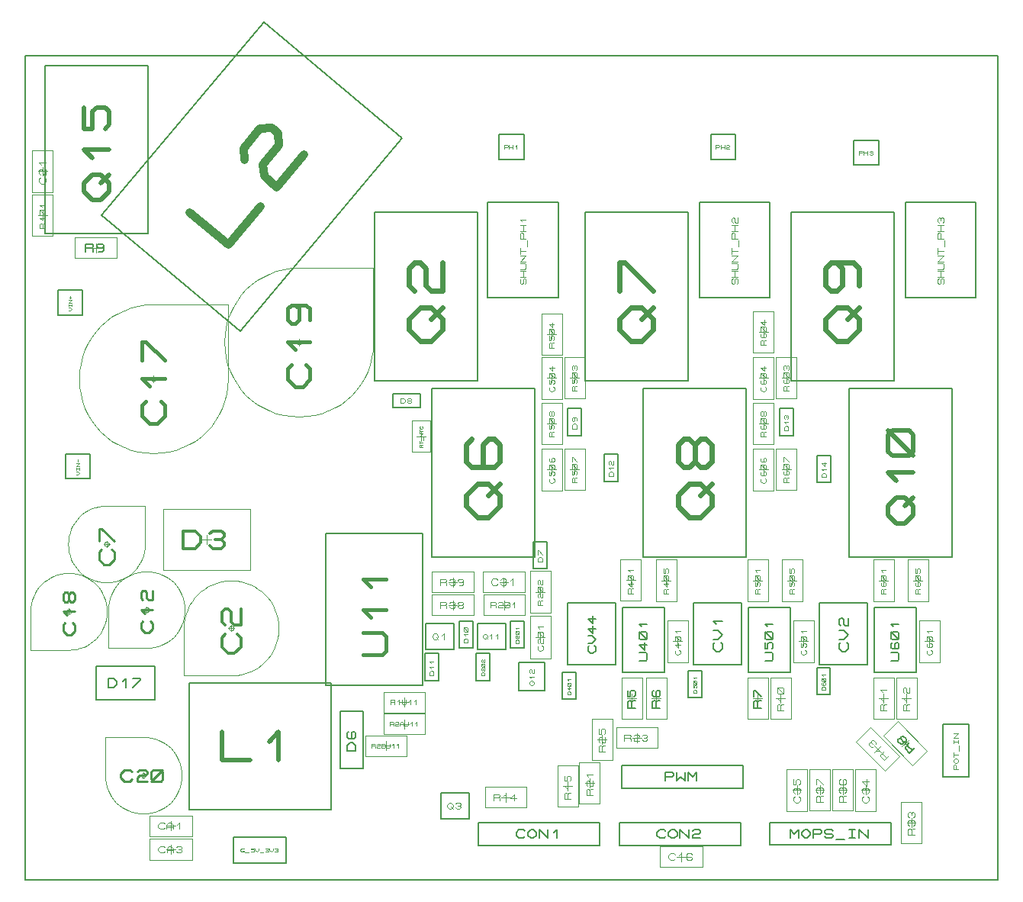
<source format=gbr>
G04 PROTEUS RS274X GERBER FILE*
%FSLAX45Y45*%
%MOMM*%
G01*
%ADD41C,0.203200*%
%ADD95C,0.105410*%
%ADD96C,0.068580*%
%ADD97C,0.422590*%
%ADD98C,0.524930*%
%ADD52C,0.152400*%
%ADD99C,0.050000*%
%ADD100C,0.118750*%
%ADD101C,0.077500*%
%ADD102C,0.054860*%
%ADD103C,0.093000*%
%ADD104C,0.144780*%
%ADD105C,0.137160*%
%ADD106C,0.171450*%
%ADD107C,0.059690*%
%ADD108C,0.095000*%
%ADD109C,0.141000*%
%ADD110C,0.103290*%
%ADD111C,0.077470*%
%ADD112C,0.074610*%
%ADD113C,0.116250*%
%ADD114C,0.086530*%
%ADD115C,0.160020*%
%ADD116C,0.931330*%
%ADD117C,0.413750*%
%ADD118C,0.067300*%
%ADD119C,0.351660*%
%ADD120C,0.050710*%
%ADD121C,0.622300*%
%ADD122C,0.466720*%
%ADD123C,0.066420*%
%ADD124C,0.285000*%
%ADD125C,0.213750*%
%ADD126C,0.090090*%
%ADD127C,0.325000*%
%ADD128C,0.161290*%
D41*
X-1079500Y-6413500D02*
X+9715500Y-6413500D01*
X+9715500Y+2730500D01*
X-1079500Y+2730500D01*
X-1079500Y-6413500D01*
X+6403340Y+44450D02*
X+7185660Y+44450D01*
X+7185660Y+1098550D01*
X+6403340Y+1098550D01*
X+6403340Y+44450D01*
D95*
X+6815582Y+192024D02*
X+6826123Y+202565D01*
X+6826123Y+244729D01*
X+6815582Y+255270D01*
X+6805041Y+255270D01*
X+6794500Y+244729D01*
X+6794500Y+202565D01*
X+6783959Y+192024D01*
X+6773418Y+192024D01*
X+6762877Y+202565D01*
X+6762877Y+244729D01*
X+6773418Y+255270D01*
X+6826123Y+276352D02*
X+6762877Y+276352D01*
X+6762877Y+339598D02*
X+6826123Y+339598D01*
X+6794500Y+276352D02*
X+6794500Y+339598D01*
X+6762877Y+360680D02*
X+6815582Y+360680D01*
X+6826123Y+371221D01*
X+6826123Y+413385D01*
X+6815582Y+423926D01*
X+6762877Y+423926D01*
X+6826123Y+445008D02*
X+6762877Y+445008D01*
X+6826123Y+508254D01*
X+6762877Y+508254D01*
X+6762877Y+529336D02*
X+6762877Y+592582D01*
X+6762877Y+560959D02*
X+6826123Y+560959D01*
X+6836664Y+613664D02*
X+6836664Y+676910D01*
X+6826123Y+697992D02*
X+6762877Y+697992D01*
X+6762877Y+750697D01*
X+6773418Y+761238D01*
X+6783959Y+761238D01*
X+6794500Y+750697D01*
X+6794500Y+697992D01*
X+6826123Y+782320D02*
X+6762877Y+782320D01*
X+6762877Y+845566D02*
X+6826123Y+845566D01*
X+6794500Y+782320D02*
X+6794500Y+845566D01*
X+6773418Y+877189D02*
X+6762877Y+887730D01*
X+6762877Y+919353D01*
X+6773418Y+929894D01*
X+6783959Y+929894D01*
X+6794500Y+919353D01*
X+6794500Y+887730D01*
X+6805041Y+877189D01*
X+6826123Y+877189D01*
X+6826123Y+929894D01*
D41*
X+8689340Y+44450D02*
X+9471660Y+44450D01*
X+9471660Y+1098550D01*
X+8689340Y+1098550D01*
X+8689340Y+44450D01*
D95*
X+9101582Y+192024D02*
X+9112123Y+202565D01*
X+9112123Y+244729D01*
X+9101582Y+255270D01*
X+9091041Y+255270D01*
X+9080500Y+244729D01*
X+9080500Y+202565D01*
X+9069959Y+192024D01*
X+9059418Y+192024D01*
X+9048877Y+202565D01*
X+9048877Y+244729D01*
X+9059418Y+255270D01*
X+9112123Y+276352D02*
X+9048877Y+276352D01*
X+9048877Y+339598D02*
X+9112123Y+339598D01*
X+9080500Y+276352D02*
X+9080500Y+339598D01*
X+9048877Y+360680D02*
X+9101582Y+360680D01*
X+9112123Y+371221D01*
X+9112123Y+413385D01*
X+9101582Y+423926D01*
X+9048877Y+423926D01*
X+9112123Y+445008D02*
X+9048877Y+445008D01*
X+9112123Y+508254D01*
X+9048877Y+508254D01*
X+9048877Y+529336D02*
X+9048877Y+592582D01*
X+9048877Y+560959D02*
X+9112123Y+560959D01*
X+9122664Y+613664D02*
X+9122664Y+676910D01*
X+9112123Y+697992D02*
X+9048877Y+697992D01*
X+9048877Y+750697D01*
X+9059418Y+761238D01*
X+9069959Y+761238D01*
X+9080500Y+750697D01*
X+9080500Y+697992D01*
X+9112123Y+782320D02*
X+9048877Y+782320D01*
X+9048877Y+845566D02*
X+9112123Y+845566D01*
X+9080500Y+782320D02*
X+9080500Y+845566D01*
X+9059418Y+877189D02*
X+9048877Y+887730D01*
X+9048877Y+919353D01*
X+9059418Y+929894D01*
X+9069959Y+929894D01*
X+9080500Y+919353D01*
X+9091041Y+929894D01*
X+9101582Y+929894D01*
X+9112123Y+919353D01*
X+9112123Y+887730D01*
X+9101582Y+877189D01*
X+9080500Y+898271D02*
X+9080500Y+919353D01*
D41*
X+4053840Y+44450D02*
X+4836160Y+44450D01*
X+4836160Y+1098550D01*
X+4053840Y+1098550D01*
X+4053840Y+44450D01*
D95*
X+4466082Y+192024D02*
X+4476623Y+202565D01*
X+4476623Y+244729D01*
X+4466082Y+255270D01*
X+4455541Y+255270D01*
X+4445000Y+244729D01*
X+4445000Y+202565D01*
X+4434459Y+192024D01*
X+4423918Y+192024D01*
X+4413377Y+202565D01*
X+4413377Y+244729D01*
X+4423918Y+255270D01*
X+4476623Y+276352D02*
X+4413377Y+276352D01*
X+4413377Y+339598D02*
X+4476623Y+339598D01*
X+4445000Y+276352D02*
X+4445000Y+339598D01*
X+4413377Y+360680D02*
X+4466082Y+360680D01*
X+4476623Y+371221D01*
X+4476623Y+413385D01*
X+4466082Y+423926D01*
X+4413377Y+423926D01*
X+4476623Y+445008D02*
X+4413377Y+445008D01*
X+4476623Y+508254D01*
X+4413377Y+508254D01*
X+4413377Y+529336D02*
X+4413377Y+592582D01*
X+4413377Y+560959D02*
X+4476623Y+560959D01*
X+4487164Y+613664D02*
X+4487164Y+676910D01*
X+4476623Y+697992D02*
X+4413377Y+697992D01*
X+4413377Y+750697D01*
X+4423918Y+761238D01*
X+4434459Y+761238D01*
X+4445000Y+750697D01*
X+4445000Y+697992D01*
X+4476623Y+782320D02*
X+4413377Y+782320D01*
X+4413377Y+845566D02*
X+4476623Y+845566D01*
X+4445000Y+782320D02*
X+4445000Y+845566D01*
X+4434459Y+887730D02*
X+4413377Y+908812D01*
X+4476623Y+908812D01*
D41*
X+4180840Y+1577340D02*
X+4455160Y+1577340D01*
X+4455160Y+1851660D01*
X+4180840Y+1851660D01*
X+4180840Y+1577340D01*
D96*
X+4235704Y+1693926D02*
X+4235704Y+1735074D01*
X+4269994Y+1735074D01*
X+4276852Y+1728216D01*
X+4276852Y+1721358D01*
X+4269994Y+1714500D01*
X+4235704Y+1714500D01*
X+4290568Y+1693926D02*
X+4290568Y+1735074D01*
X+4331716Y+1735074D02*
X+4331716Y+1693926D01*
X+4290568Y+1714500D02*
X+4331716Y+1714500D01*
X+4359148Y+1721358D02*
X+4372864Y+1735074D01*
X+4372864Y+1693926D01*
D41*
X+6530340Y+1577340D02*
X+6804660Y+1577340D01*
X+6804660Y+1851660D01*
X+6530340Y+1851660D01*
X+6530340Y+1577340D01*
D96*
X+6585204Y+1693926D02*
X+6585204Y+1735074D01*
X+6619494Y+1735074D01*
X+6626352Y+1728216D01*
X+6626352Y+1721358D01*
X+6619494Y+1714500D01*
X+6585204Y+1714500D01*
X+6640068Y+1693926D02*
X+6640068Y+1735074D01*
X+6681216Y+1735074D02*
X+6681216Y+1693926D01*
X+6640068Y+1714500D02*
X+6681216Y+1714500D01*
X+6701790Y+1728216D02*
X+6708648Y+1735074D01*
X+6729222Y+1735074D01*
X+6736080Y+1728216D01*
X+6736080Y+1721358D01*
X+6729222Y+1714500D01*
X+6708648Y+1714500D01*
X+6701790Y+1707642D01*
X+6701790Y+1693926D01*
X+6736080Y+1693926D01*
D41*
X+8117840Y+1513840D02*
X+8392160Y+1513840D01*
X+8392160Y+1788160D01*
X+8117840Y+1788160D01*
X+8117840Y+1513840D01*
D96*
X+8172704Y+1630426D02*
X+8172704Y+1671574D01*
X+8206994Y+1671574D01*
X+8213852Y+1664716D01*
X+8213852Y+1657858D01*
X+8206994Y+1651000D01*
X+8172704Y+1651000D01*
X+8227568Y+1630426D02*
X+8227568Y+1671574D01*
X+8268716Y+1671574D02*
X+8268716Y+1630426D01*
X+8227568Y+1651000D02*
X+8268716Y+1651000D01*
X+8289290Y+1664716D02*
X+8296148Y+1671574D01*
X+8316722Y+1671574D01*
X+8323580Y+1664716D01*
X+8323580Y+1657858D01*
X+8316722Y+1651000D01*
X+8323580Y+1644142D01*
X+8323580Y+1637284D01*
X+8316722Y+1630426D01*
X+8296148Y+1630426D01*
X+8289290Y+1637284D01*
X+8303006Y+1651000D02*
X+8316722Y+1651000D01*
D41*
X+2256790Y-4260850D02*
X+3331210Y-4260850D01*
X+3331210Y-2570480D01*
X+2256790Y-2570480D01*
X+2256790Y-4260850D01*
D97*
X+2667223Y-3922774D02*
X+2878519Y-3922774D01*
X+2920778Y-3880515D01*
X+2920778Y-3711479D01*
X+2878519Y-3669220D01*
X+2667223Y-3669220D01*
X+2751741Y-3500183D02*
X+2667223Y-3415665D01*
X+2920778Y-3415665D01*
X+2751741Y-3162110D02*
X+2667223Y-3077592D01*
X+2920778Y-3077592D01*
D41*
X+736600Y-5636260D02*
X+2311400Y-5636260D01*
X+2311400Y-4231640D01*
X+736600Y-4231640D01*
X+736600Y-5636260D01*
D98*
X+1104054Y-4776470D02*
X+1104054Y-5091430D01*
X+1419013Y-5091430D01*
X+1628986Y-4881457D02*
X+1733973Y-4776470D01*
X+1733973Y-5091430D01*
D41*
X+2413000Y-5176460D02*
X+2667000Y-5176460D01*
X+2667000Y-4549140D01*
X+2413000Y-4549140D01*
X+2413000Y-5176460D01*
D52*
X+2585720Y-4984720D02*
X+2494280Y-4984720D01*
X+2494280Y-4923760D01*
X+2524760Y-4893280D01*
X+2555240Y-4893280D01*
X+2585720Y-4923760D01*
X+2585720Y-4984720D01*
X+2509520Y-4771360D02*
X+2494280Y-4786600D01*
X+2494280Y-4832320D01*
X+2509520Y-4847560D01*
X+2570480Y-4847560D01*
X+2585720Y-4832320D01*
X+2585720Y-4786600D01*
X+2570480Y-4771360D01*
X+2555240Y-4771360D01*
X+2540000Y-4786600D01*
X+2540000Y-4847560D01*
D99*
X+302842Y-6193500D02*
X+772842Y-6193500D01*
X+772842Y-5963500D01*
X+302842Y-5963500D01*
X+302842Y-6193500D01*
X+537842Y-6028500D02*
X+537842Y-6128500D01*
X+587842Y-6078500D02*
X+487842Y-6078500D01*
D100*
X+466592Y-6102250D02*
X+454717Y-6114125D01*
X+419092Y-6114125D01*
X+395342Y-6090375D01*
X+395342Y-6066625D01*
X+419092Y-6042875D01*
X+454717Y-6042875D01*
X+466592Y-6054750D01*
X+490342Y-6114125D02*
X+490342Y-6066625D01*
X+514092Y-6042875D01*
X+537842Y-6042875D01*
X+561592Y-6066625D01*
X+561592Y-6114125D01*
X+490342Y-6090375D02*
X+561592Y-6090375D01*
X+597217Y-6054750D02*
X+609092Y-6042875D01*
X+644717Y-6042875D01*
X+656592Y-6054750D01*
X+656592Y-6066625D01*
X+644717Y-6078500D01*
X+656592Y-6090375D01*
X+656592Y-6102250D01*
X+644717Y-6114125D01*
X+609092Y-6114125D01*
X+597217Y-6102250D01*
X+620967Y-6078500D02*
X+644717Y-6078500D01*
D99*
X+3359500Y-4330000D02*
X+2899500Y-4330000D01*
X+2899500Y-4560000D01*
X+3359500Y-4560000D01*
X+3359500Y-4330000D01*
X+3129500Y-4495000D02*
X+3129500Y-4395000D01*
X+3079500Y-4445000D02*
X+3179500Y-4445000D01*
D101*
X+2974500Y-4468250D02*
X+2974500Y-4421750D01*
X+3013250Y-4421750D01*
X+3021000Y-4429500D01*
X+3021000Y-4437250D01*
X+3013250Y-4445000D01*
X+2974500Y-4445000D01*
X+3013250Y-4445000D02*
X+3021000Y-4452750D01*
X+3021000Y-4468250D01*
X+3052000Y-4437250D02*
X+3067500Y-4421750D01*
X+3067500Y-4468250D01*
X+3098500Y-4421750D02*
X+3098500Y-4460500D01*
X+3106250Y-4468250D01*
X+3137250Y-4468250D01*
X+3145000Y-4460500D01*
X+3145000Y-4421750D01*
X+3176000Y-4437250D02*
X+3191500Y-4421750D01*
X+3191500Y-4468250D01*
X+3238000Y-4437250D02*
X+3253500Y-4421750D01*
X+3253500Y-4468250D01*
D41*
X-632460Y-1965960D02*
X-358140Y-1965960D01*
X-358140Y-1691640D01*
X-632460Y-1691640D01*
X-632460Y-1965960D01*
D102*
X-511759Y-1916582D02*
X-495300Y-1916582D01*
X-478840Y-1900123D01*
X-495300Y-1883664D01*
X-511759Y-1883664D01*
X-511759Y-1867205D02*
X-511759Y-1845260D01*
X-511759Y-1856232D02*
X-478840Y-1856232D01*
X-478840Y-1867205D02*
X-478840Y-1845260D01*
X-478840Y-1828800D02*
X-511759Y-1828800D01*
X-478840Y-1795882D01*
X-511759Y-1795882D01*
X-495300Y-1779423D02*
X-495300Y-1751991D01*
D41*
X-717663Y-149860D02*
X-443343Y-149860D01*
X-443343Y+124460D01*
X-717663Y+124460D01*
X-717663Y-149860D01*
D102*
X-596962Y-100482D02*
X-580503Y-100482D01*
X-564043Y-84023D01*
X-580503Y-67564D01*
X-596962Y-67564D01*
X-596962Y-51105D02*
X-596962Y-29160D01*
X-596962Y-40132D02*
X-564043Y-40132D01*
X-564043Y-51105D02*
X-564043Y-29160D01*
X-564043Y-12700D02*
X-596962Y-12700D01*
X-564043Y+20218D01*
X-596962Y+20218D01*
X-580503Y+31191D02*
X-580503Y+64109D01*
X-591475Y+47650D02*
X-569530Y+47650D01*
D99*
X+5917500Y-2863500D02*
X+5917500Y-3323500D01*
X+6147500Y-3323500D01*
X+6147500Y-2863500D01*
X+5917500Y-2863500D01*
X+6082500Y-3093500D02*
X+5982500Y-3093500D01*
X+6032500Y-3143500D02*
X+6032500Y-3043500D01*
D103*
X+6060400Y-3242300D02*
X+6004600Y-3242300D01*
X+6004600Y-3195800D01*
X+6013900Y-3186500D01*
X+6023200Y-3186500D01*
X+6032500Y-3195800D01*
X+6032500Y-3242300D01*
X+6032500Y-3195800D02*
X+6041800Y-3186500D01*
X+6060400Y-3186500D01*
X+6041800Y-3112100D02*
X+6041800Y-3167900D01*
X+6004600Y-3130700D01*
X+6060400Y-3130700D01*
X+6051100Y-3093500D02*
X+6013900Y-3093500D01*
X+6004600Y-3084200D01*
X+6004600Y-3047000D01*
X+6013900Y-3037700D01*
X+6051100Y-3037700D01*
X+6060400Y-3047000D01*
X+6060400Y-3084200D01*
X+6051100Y-3093500D01*
X+6060400Y-3093500D02*
X+6004600Y-3037700D01*
X+6004600Y-2963300D02*
X+6004600Y-3009800D01*
X+6023200Y-3009800D01*
X+6023200Y-2972600D01*
X+6032500Y-2963300D01*
X+6051100Y-2963300D01*
X+6060400Y-2972600D01*
X+6060400Y-3000500D01*
X+6051100Y-3009800D01*
D99*
X+5523800Y-2861400D02*
X+5523800Y-3321400D01*
X+5753800Y-3321400D01*
X+5753800Y-2861400D01*
X+5523800Y-2861400D01*
X+5688800Y-3091400D02*
X+5588800Y-3091400D01*
X+5638800Y-3141400D02*
X+5638800Y-3041400D01*
D103*
X+5666700Y-3240200D02*
X+5610900Y-3240200D01*
X+5610900Y-3193700D01*
X+5620200Y-3184400D01*
X+5629500Y-3184400D01*
X+5638800Y-3193700D01*
X+5638800Y-3240200D01*
X+5638800Y-3193700D02*
X+5648100Y-3184400D01*
X+5666700Y-3184400D01*
X+5648100Y-3110000D02*
X+5648100Y-3165800D01*
X+5610900Y-3128600D01*
X+5666700Y-3128600D01*
X+5657400Y-3091400D02*
X+5620200Y-3091400D01*
X+5610900Y-3082100D01*
X+5610900Y-3044900D01*
X+5620200Y-3035600D01*
X+5657400Y-3035600D01*
X+5666700Y-3044900D01*
X+5666700Y-3082100D01*
X+5657400Y-3091400D01*
X+5666700Y-3091400D02*
X+5610900Y-3035600D01*
X+5629500Y-2998400D02*
X+5610900Y-2979800D01*
X+5666700Y-2979800D01*
D41*
X+5544820Y-4114800D02*
X+6012180Y-4114800D01*
X+6012180Y-3390900D01*
X+5544820Y-3390900D01*
X+5544820Y-4114800D01*
D104*
X+5735066Y-3984498D02*
X+5807456Y-3984498D01*
X+5821934Y-3970020D01*
X+5821934Y-3912108D01*
X+5807456Y-3897630D01*
X+5735066Y-3897630D01*
X+5792978Y-3781806D02*
X+5792978Y-3868674D01*
X+5735066Y-3810762D01*
X+5821934Y-3810762D01*
X+5807456Y-3752850D02*
X+5749544Y-3752850D01*
X+5735066Y-3738372D01*
X+5735066Y-3680460D01*
X+5749544Y-3665982D01*
X+5807456Y-3665982D01*
X+5821934Y-3680460D01*
X+5821934Y-3738372D01*
X+5807456Y-3752850D01*
X+5821934Y-3752850D02*
X+5735066Y-3665982D01*
X+5764022Y-3608070D02*
X+5735066Y-3579114D01*
X+5821934Y-3579114D01*
D41*
X+6941820Y-4114800D02*
X+7409180Y-4114800D01*
X+7409180Y-3390900D01*
X+6941820Y-3390900D01*
X+6941820Y-4114800D01*
D104*
X+7132066Y-3984498D02*
X+7204456Y-3984498D01*
X+7218934Y-3970020D01*
X+7218934Y-3912108D01*
X+7204456Y-3897630D01*
X+7132066Y-3897630D01*
X+7132066Y-3781806D02*
X+7132066Y-3854196D01*
X+7161022Y-3854196D01*
X+7161022Y-3796284D01*
X+7175500Y-3781806D01*
X+7204456Y-3781806D01*
X+7218934Y-3796284D01*
X+7218934Y-3839718D01*
X+7204456Y-3854196D01*
X+7204456Y-3752850D02*
X+7146544Y-3752850D01*
X+7132066Y-3738372D01*
X+7132066Y-3680460D01*
X+7146544Y-3665982D01*
X+7204456Y-3665982D01*
X+7218934Y-3680460D01*
X+7218934Y-3738372D01*
X+7204456Y-3752850D01*
X+7218934Y-3752850D02*
X+7132066Y-3665982D01*
X+7161022Y-3608070D02*
X+7132066Y-3579114D01*
X+7218934Y-3579114D01*
D41*
X+8338820Y-4114800D02*
X+8806180Y-4114800D01*
X+8806180Y-3390900D01*
X+8338820Y-3390900D01*
X+8338820Y-4114800D01*
D104*
X+8529066Y-3984498D02*
X+8601456Y-3984498D01*
X+8615934Y-3970020D01*
X+8615934Y-3912108D01*
X+8601456Y-3897630D01*
X+8529066Y-3897630D01*
X+8543544Y-3781806D02*
X+8529066Y-3796284D01*
X+8529066Y-3839718D01*
X+8543544Y-3854196D01*
X+8601456Y-3854196D01*
X+8615934Y-3839718D01*
X+8615934Y-3796284D01*
X+8601456Y-3781806D01*
X+8586978Y-3781806D01*
X+8572500Y-3796284D01*
X+8572500Y-3854196D01*
X+8601456Y-3752850D02*
X+8543544Y-3752850D01*
X+8529066Y-3738372D01*
X+8529066Y-3680460D01*
X+8543544Y-3665982D01*
X+8601456Y-3665982D01*
X+8615934Y-3680460D01*
X+8615934Y-3738372D01*
X+8601456Y-3752850D01*
X+8615934Y-3752850D02*
X+8529066Y-3665982D01*
X+8558022Y-3608070D02*
X+8529066Y-3579114D01*
X+8615934Y-3579114D01*
D99*
X+6933500Y-2863500D02*
X+6933500Y-3323500D01*
X+7163500Y-3323500D01*
X+7163500Y-2863500D01*
X+6933500Y-2863500D01*
X+7098500Y-3093500D02*
X+6998500Y-3093500D01*
X+7048500Y-3143500D02*
X+7048500Y-3043500D01*
D103*
X+7076400Y-3242300D02*
X+7020600Y-3242300D01*
X+7020600Y-3195800D01*
X+7029900Y-3186500D01*
X+7039200Y-3186500D01*
X+7048500Y-3195800D01*
X+7048500Y-3242300D01*
X+7048500Y-3195800D02*
X+7057800Y-3186500D01*
X+7076400Y-3186500D01*
X+7020600Y-3112100D02*
X+7020600Y-3158600D01*
X+7039200Y-3158600D01*
X+7039200Y-3121400D01*
X+7048500Y-3112100D01*
X+7067100Y-3112100D01*
X+7076400Y-3121400D01*
X+7076400Y-3149300D01*
X+7067100Y-3158600D01*
X+7067100Y-3093500D02*
X+7029900Y-3093500D01*
X+7020600Y-3084200D01*
X+7020600Y-3047000D01*
X+7029900Y-3037700D01*
X+7067100Y-3037700D01*
X+7076400Y-3047000D01*
X+7076400Y-3084200D01*
X+7067100Y-3093500D01*
X+7076400Y-3093500D02*
X+7020600Y-3037700D01*
X+7039200Y-3000500D02*
X+7020600Y-2981900D01*
X+7076400Y-2981900D01*
D41*
X+4942840Y-4025900D02*
X+5471160Y-4025900D01*
X+5471160Y-3340100D01*
X+4942840Y-3340100D01*
X+4942840Y-4025900D01*
D105*
X+5234432Y-3820160D02*
X+5248148Y-3833876D01*
X+5248148Y-3875024D01*
X+5220716Y-3902456D01*
X+5193284Y-3902456D01*
X+5165852Y-3875024D01*
X+5165852Y-3833876D01*
X+5179568Y-3820160D01*
X+5165852Y-3792728D02*
X+5207000Y-3792728D01*
X+5248148Y-3751580D01*
X+5207000Y-3710432D01*
X+5165852Y-3710432D01*
X+5220716Y-3600704D02*
X+5220716Y-3683000D01*
X+5165852Y-3628136D01*
X+5248148Y-3628136D01*
X+5220716Y-3490976D02*
X+5220716Y-3573272D01*
X+5165852Y-3518408D01*
X+5248148Y-3518408D01*
D41*
X+6339840Y-4025900D02*
X+6868160Y-4025900D01*
X+6868160Y-3340100D01*
X+6339840Y-3340100D01*
X+6339840Y-4025900D01*
D106*
X+6638290Y-3785870D02*
X+6655435Y-3803015D01*
X+6655435Y-3854450D01*
X+6621145Y-3888740D01*
X+6586855Y-3888740D01*
X+6552565Y-3854450D01*
X+6552565Y-3803015D01*
X+6569710Y-3785870D01*
X+6552565Y-3751580D02*
X+6604000Y-3751580D01*
X+6655435Y-3700145D01*
X+6604000Y-3648710D01*
X+6552565Y-3648710D01*
X+6586855Y-3580130D02*
X+6552565Y-3545840D01*
X+6655435Y-3545840D01*
D41*
X+7736840Y-4025900D02*
X+8265160Y-4025900D01*
X+8265160Y-3340100D01*
X+7736840Y-3340100D01*
X+7736840Y-4025900D01*
D106*
X+8035290Y-3785870D02*
X+8052435Y-3803015D01*
X+8052435Y-3854450D01*
X+8018145Y-3888740D01*
X+7983855Y-3888740D01*
X+7949565Y-3854450D01*
X+7949565Y-3803015D01*
X+7966710Y-3785870D01*
X+7949565Y-3751580D02*
X+8001000Y-3751580D01*
X+8052435Y-3700145D01*
X+8001000Y-3648710D01*
X+7949565Y-3648710D01*
X+7966710Y-3597275D02*
X+7949565Y-3580130D01*
X+7949565Y-3528695D01*
X+7966710Y-3511550D01*
X+7983855Y-3511550D01*
X+8001000Y-3528695D01*
X+8001000Y-3580130D01*
X+8018145Y-3597275D01*
X+8052435Y-3597275D01*
X+8052435Y-3511550D01*
D41*
X+4877920Y-4413250D02*
X+5028080Y-4413250D01*
X+5028080Y-4114800D01*
X+4877920Y-4114800D01*
X+4877920Y-4413250D01*
D107*
X+4970907Y-4359529D02*
X+4935093Y-4359529D01*
X+4935093Y-4335653D01*
X+4947031Y-4323715D01*
X+4958969Y-4323715D01*
X+4970907Y-4335653D01*
X+4970907Y-4359529D01*
X+4958969Y-4275963D02*
X+4958969Y-4311777D01*
X+4935093Y-4287901D01*
X+4970907Y-4287901D01*
X+4964938Y-4264025D02*
X+4941062Y-4264025D01*
X+4935093Y-4258056D01*
X+4935093Y-4234180D01*
X+4941062Y-4228211D01*
X+4964938Y-4228211D01*
X+4970907Y-4234180D01*
X+4970907Y-4258056D01*
X+4964938Y-4264025D01*
X+4970907Y-4264025D02*
X+4935093Y-4228211D01*
X+4947031Y-4204335D02*
X+4935093Y-4192397D01*
X+4970907Y-4192397D01*
D41*
X+6274920Y-4394200D02*
X+6425080Y-4394200D01*
X+6425080Y-4095750D01*
X+6274920Y-4095750D01*
X+6274920Y-4394200D01*
D107*
X+6367907Y-4340479D02*
X+6332093Y-4340479D01*
X+6332093Y-4316603D01*
X+6344031Y-4304665D01*
X+6355969Y-4304665D01*
X+6367907Y-4316603D01*
X+6367907Y-4340479D01*
X+6332093Y-4256913D02*
X+6332093Y-4286758D01*
X+6344031Y-4286758D01*
X+6344031Y-4262882D01*
X+6350000Y-4256913D01*
X+6361938Y-4256913D01*
X+6367907Y-4262882D01*
X+6367907Y-4280789D01*
X+6361938Y-4286758D01*
X+6361938Y-4244975D02*
X+6338062Y-4244975D01*
X+6332093Y-4239006D01*
X+6332093Y-4215130D01*
X+6338062Y-4209161D01*
X+6361938Y-4209161D01*
X+6367907Y-4215130D01*
X+6367907Y-4239006D01*
X+6361938Y-4244975D01*
X+6367907Y-4244975D02*
X+6332093Y-4209161D01*
X+6344031Y-4185285D02*
X+6332093Y-4173347D01*
X+6367907Y-4173347D01*
D41*
X+7703670Y-4362450D02*
X+7853830Y-4362450D01*
X+7853830Y-4064000D01*
X+7703670Y-4064000D01*
X+7703670Y-4362450D01*
D107*
X+7796657Y-4308729D02*
X+7760843Y-4308729D01*
X+7760843Y-4284853D01*
X+7772781Y-4272915D01*
X+7784719Y-4272915D01*
X+7796657Y-4284853D01*
X+7796657Y-4308729D01*
X+7766812Y-4225163D02*
X+7760843Y-4231132D01*
X+7760843Y-4249039D01*
X+7766812Y-4255008D01*
X+7790688Y-4255008D01*
X+7796657Y-4249039D01*
X+7796657Y-4231132D01*
X+7790688Y-4225163D01*
X+7784719Y-4225163D01*
X+7778750Y-4231132D01*
X+7778750Y-4255008D01*
X+7790688Y-4213225D02*
X+7766812Y-4213225D01*
X+7760843Y-4207256D01*
X+7760843Y-4183380D01*
X+7766812Y-4177411D01*
X+7790688Y-4177411D01*
X+7796657Y-4183380D01*
X+7796657Y-4207256D01*
X+7790688Y-4213225D01*
X+7796657Y-4213225D02*
X+7760843Y-4177411D01*
X+7772781Y-4153535D02*
X+7760843Y-4141597D01*
X+7796657Y-4141597D01*
D99*
X+6044500Y-3534500D02*
X+6044500Y-4004500D01*
X+6274500Y-4004500D01*
X+6274500Y-3534500D01*
X+6044500Y-3534500D01*
X+6209500Y-3769500D02*
X+6109500Y-3769500D01*
X+6159500Y-3819500D02*
X+6159500Y-3719500D01*
D108*
X+6178500Y-3864500D02*
X+6188000Y-3874000D01*
X+6188000Y-3902500D01*
X+6169000Y-3921500D01*
X+6150000Y-3921500D01*
X+6131000Y-3902500D01*
X+6131000Y-3874000D01*
X+6140500Y-3864500D01*
X+6169000Y-3788500D02*
X+6169000Y-3845500D01*
X+6131000Y-3807500D01*
X+6188000Y-3807500D01*
X+6178500Y-3769500D02*
X+6140500Y-3769500D01*
X+6131000Y-3760000D01*
X+6131000Y-3722000D01*
X+6140500Y-3712500D01*
X+6178500Y-3712500D01*
X+6188000Y-3722000D01*
X+6188000Y-3760000D01*
X+6178500Y-3769500D01*
X+6188000Y-3769500D02*
X+6131000Y-3712500D01*
X+6150000Y-3674500D02*
X+6131000Y-3655500D01*
X+6188000Y-3655500D01*
D99*
X+7441500Y-3534500D02*
X+7441500Y-4004500D01*
X+7671500Y-4004500D01*
X+7671500Y-3534500D01*
X+7441500Y-3534500D01*
X+7606500Y-3769500D02*
X+7506500Y-3769500D01*
X+7556500Y-3819500D02*
X+7556500Y-3719500D01*
D108*
X+7575500Y-3864500D02*
X+7585000Y-3874000D01*
X+7585000Y-3902500D01*
X+7566000Y-3921500D01*
X+7547000Y-3921500D01*
X+7528000Y-3902500D01*
X+7528000Y-3874000D01*
X+7537500Y-3864500D01*
X+7528000Y-3788500D02*
X+7528000Y-3836000D01*
X+7547000Y-3836000D01*
X+7547000Y-3798000D01*
X+7556500Y-3788500D01*
X+7575500Y-3788500D01*
X+7585000Y-3798000D01*
X+7585000Y-3826500D01*
X+7575500Y-3836000D01*
X+7575500Y-3769500D02*
X+7537500Y-3769500D01*
X+7528000Y-3760000D01*
X+7528000Y-3722000D01*
X+7537500Y-3712500D01*
X+7575500Y-3712500D01*
X+7585000Y-3722000D01*
X+7585000Y-3760000D01*
X+7575500Y-3769500D01*
X+7585000Y-3769500D02*
X+7528000Y-3712500D01*
X+7547000Y-3674500D02*
X+7528000Y-3655500D01*
X+7585000Y-3655500D01*
D99*
X+8838500Y-3534500D02*
X+8838500Y-4004500D01*
X+9068500Y-4004500D01*
X+9068500Y-3534500D01*
X+8838500Y-3534500D01*
X+9003500Y-3769500D02*
X+8903500Y-3769500D01*
X+8953500Y-3819500D02*
X+8953500Y-3719500D01*
D108*
X+8972500Y-3864500D02*
X+8982000Y-3874000D01*
X+8982000Y-3902500D01*
X+8963000Y-3921500D01*
X+8944000Y-3921500D01*
X+8925000Y-3902500D01*
X+8925000Y-3874000D01*
X+8934500Y-3864500D01*
X+8934500Y-3788500D02*
X+8925000Y-3798000D01*
X+8925000Y-3826500D01*
X+8934500Y-3836000D01*
X+8972500Y-3836000D01*
X+8982000Y-3826500D01*
X+8982000Y-3798000D01*
X+8972500Y-3788500D01*
X+8963000Y-3788500D01*
X+8953500Y-3798000D01*
X+8953500Y-3836000D01*
X+8972500Y-3769500D02*
X+8934500Y-3769500D01*
X+8925000Y-3760000D01*
X+8925000Y-3722000D01*
X+8934500Y-3712500D01*
X+8972500Y-3712500D01*
X+8982000Y-3722000D01*
X+8982000Y-3760000D01*
X+8972500Y-3769500D01*
X+8982000Y-3769500D02*
X+8925000Y-3712500D01*
X+8944000Y-3674500D02*
X+8925000Y-3655500D01*
X+8982000Y-3655500D01*
D99*
X+7314500Y-2863500D02*
X+7314500Y-3323500D01*
X+7544500Y-3323500D01*
X+7544500Y-2863500D01*
X+7314500Y-2863500D01*
X+7479500Y-3093500D02*
X+7379500Y-3093500D01*
X+7429500Y-3143500D02*
X+7429500Y-3043500D01*
D103*
X+7457400Y-3242300D02*
X+7401600Y-3242300D01*
X+7401600Y-3195800D01*
X+7410900Y-3186500D01*
X+7420200Y-3186500D01*
X+7429500Y-3195800D01*
X+7429500Y-3242300D01*
X+7429500Y-3195800D02*
X+7438800Y-3186500D01*
X+7457400Y-3186500D01*
X+7401600Y-3112100D02*
X+7401600Y-3158600D01*
X+7420200Y-3158600D01*
X+7420200Y-3121400D01*
X+7429500Y-3112100D01*
X+7448100Y-3112100D01*
X+7457400Y-3121400D01*
X+7457400Y-3149300D01*
X+7448100Y-3158600D01*
X+7448100Y-3093500D02*
X+7410900Y-3093500D01*
X+7401600Y-3084200D01*
X+7401600Y-3047000D01*
X+7410900Y-3037700D01*
X+7448100Y-3037700D01*
X+7457400Y-3047000D01*
X+7457400Y-3084200D01*
X+7448100Y-3093500D01*
X+7457400Y-3093500D02*
X+7401600Y-3037700D01*
X+7401600Y-2963300D02*
X+7401600Y-3009800D01*
X+7420200Y-3009800D01*
X+7420200Y-2972600D01*
X+7429500Y-2963300D01*
X+7448100Y-2963300D01*
X+7457400Y-2972600D01*
X+7457400Y-3000500D01*
X+7448100Y-3009800D01*
D99*
X+8330500Y-2863500D02*
X+8330500Y-3323500D01*
X+8560500Y-3323500D01*
X+8560500Y-2863500D01*
X+8330500Y-2863500D01*
X+8495500Y-3093500D02*
X+8395500Y-3093500D01*
X+8445500Y-3143500D02*
X+8445500Y-3043500D01*
D103*
X+8473400Y-3242300D02*
X+8417600Y-3242300D01*
X+8417600Y-3195800D01*
X+8426900Y-3186500D01*
X+8436200Y-3186500D01*
X+8445500Y-3195800D01*
X+8445500Y-3242300D01*
X+8445500Y-3195800D02*
X+8454800Y-3186500D01*
X+8473400Y-3186500D01*
X+8426900Y-3112100D02*
X+8417600Y-3121400D01*
X+8417600Y-3149300D01*
X+8426900Y-3158600D01*
X+8464100Y-3158600D01*
X+8473400Y-3149300D01*
X+8473400Y-3121400D01*
X+8464100Y-3112100D01*
X+8454800Y-3112100D01*
X+8445500Y-3121400D01*
X+8445500Y-3158600D01*
X+8464100Y-3093500D02*
X+8426900Y-3093500D01*
X+8417600Y-3084200D01*
X+8417600Y-3047000D01*
X+8426900Y-3037700D01*
X+8464100Y-3037700D01*
X+8473400Y-3047000D01*
X+8473400Y-3084200D01*
X+8464100Y-3093500D01*
X+8473400Y-3093500D02*
X+8417600Y-3037700D01*
X+8436200Y-3000500D02*
X+8417600Y-2981900D01*
X+8473400Y-2981900D01*
D99*
X+8711500Y-2863500D02*
X+8711500Y-3323500D01*
X+8941500Y-3323500D01*
X+8941500Y-2863500D01*
X+8711500Y-2863500D01*
X+8876500Y-3093500D02*
X+8776500Y-3093500D01*
X+8826500Y-3143500D02*
X+8826500Y-3043500D01*
D103*
X+8854400Y-3242300D02*
X+8798600Y-3242300D01*
X+8798600Y-3195800D01*
X+8807900Y-3186500D01*
X+8817200Y-3186500D01*
X+8826500Y-3195800D01*
X+8826500Y-3242300D01*
X+8826500Y-3195800D02*
X+8835800Y-3186500D01*
X+8854400Y-3186500D01*
X+8807900Y-3112100D02*
X+8798600Y-3121400D01*
X+8798600Y-3149300D01*
X+8807900Y-3158600D01*
X+8845100Y-3158600D01*
X+8854400Y-3149300D01*
X+8854400Y-3121400D01*
X+8845100Y-3112100D01*
X+8835800Y-3112100D01*
X+8826500Y-3121400D01*
X+8826500Y-3158600D01*
X+8845100Y-3093500D02*
X+8807900Y-3093500D01*
X+8798600Y-3084200D01*
X+8798600Y-3047000D01*
X+8807900Y-3037700D01*
X+8845100Y-3037700D01*
X+8854400Y-3047000D01*
X+8854400Y-3084200D01*
X+8845100Y-3093500D01*
X+8854400Y-3093500D02*
X+8798600Y-3037700D01*
X+8798600Y-2963300D02*
X+8798600Y-3009800D01*
X+8817200Y-3009800D01*
X+8817200Y-2972600D01*
X+8826500Y-2963300D01*
X+8845100Y-2963300D01*
X+8854400Y-2972600D01*
X+8854400Y-3000500D01*
X+8845100Y-3009800D01*
D99*
X+5766500Y-4629500D02*
X+5766500Y-4169500D01*
X+5536500Y-4169500D01*
X+5536500Y-4629500D01*
X+5766500Y-4629500D01*
X+5601500Y-4399500D02*
X+5701500Y-4399500D01*
X+5651500Y-4349500D02*
X+5651500Y-4449500D01*
D109*
X+5693800Y-4512300D02*
X+5609200Y-4512300D01*
X+5609200Y-4441800D01*
X+5623300Y-4427700D01*
X+5637400Y-4427700D01*
X+5651500Y-4441800D01*
X+5651500Y-4512300D01*
X+5651500Y-4441800D02*
X+5665600Y-4427700D01*
X+5693800Y-4427700D01*
X+5609200Y-4314900D02*
X+5609200Y-4385400D01*
X+5637400Y-4385400D01*
X+5637400Y-4329000D01*
X+5651500Y-4314900D01*
X+5679700Y-4314900D01*
X+5693800Y-4329000D01*
X+5693800Y-4371300D01*
X+5679700Y-4385400D01*
D99*
X+6038000Y-4629500D02*
X+6038000Y-4169500D01*
X+5808000Y-4169500D01*
X+5808000Y-4629500D01*
X+6038000Y-4629500D01*
X+5873000Y-4399500D02*
X+5973000Y-4399500D01*
X+5923000Y-4349500D02*
X+5923000Y-4449500D01*
D109*
X+5965300Y-4512300D02*
X+5880700Y-4512300D01*
X+5880700Y-4441800D01*
X+5894800Y-4427700D01*
X+5908900Y-4427700D01*
X+5923000Y-4441800D01*
X+5923000Y-4512300D01*
X+5923000Y-4441800D02*
X+5937100Y-4427700D01*
X+5965300Y-4427700D01*
X+5894800Y-4314900D02*
X+5880700Y-4329000D01*
X+5880700Y-4371300D01*
X+5894800Y-4385400D01*
X+5951200Y-4385400D01*
X+5965300Y-4371300D01*
X+5965300Y-4329000D01*
X+5951200Y-4314900D01*
X+5937100Y-4314900D01*
X+5923000Y-4329000D01*
X+5923000Y-4385400D01*
D99*
X+7163500Y-4629500D02*
X+7163500Y-4169500D01*
X+6933500Y-4169500D01*
X+6933500Y-4629500D01*
X+7163500Y-4629500D01*
X+6998500Y-4399500D02*
X+7098500Y-4399500D01*
X+7048500Y-4349500D02*
X+7048500Y-4449500D01*
D109*
X+7090800Y-4512300D02*
X+7006200Y-4512300D01*
X+7006200Y-4441800D01*
X+7020300Y-4427700D01*
X+7034400Y-4427700D01*
X+7048500Y-4441800D01*
X+7048500Y-4512300D01*
X+7048500Y-4441800D02*
X+7062600Y-4427700D01*
X+7090800Y-4427700D01*
X+7006200Y-4385400D02*
X+7006200Y-4314900D01*
X+7020300Y-4314900D01*
X+7090800Y-4385400D01*
D99*
X+4901500Y-613500D02*
X+4901500Y-1073500D01*
X+5131500Y-1073500D01*
X+5131500Y-613500D01*
X+4901500Y-613500D01*
X+5066500Y-843500D02*
X+4966500Y-843500D01*
X+5016500Y-893500D02*
X+5016500Y-793500D01*
D103*
X+5044400Y-992300D02*
X+4988600Y-992300D01*
X+4988600Y-945800D01*
X+4997900Y-936500D01*
X+5007200Y-936500D01*
X+5016500Y-945800D01*
X+5016500Y-992300D01*
X+5016500Y-945800D02*
X+5025800Y-936500D01*
X+5044400Y-936500D01*
X+4988600Y-862100D02*
X+4988600Y-908600D01*
X+5007200Y-908600D01*
X+5007200Y-871400D01*
X+5016500Y-862100D01*
X+5035100Y-862100D01*
X+5044400Y-871400D01*
X+5044400Y-899300D01*
X+5035100Y-908600D01*
X+5035100Y-843500D02*
X+4997900Y-843500D01*
X+4988600Y-834200D01*
X+4988600Y-797000D01*
X+4997900Y-787700D01*
X+5035100Y-787700D01*
X+5044400Y-797000D01*
X+5044400Y-834200D01*
X+5035100Y-843500D01*
X+5044400Y-843500D02*
X+4988600Y-787700D01*
X+4997900Y-759800D02*
X+4988600Y-750500D01*
X+4988600Y-722600D01*
X+4997900Y-713300D01*
X+5007200Y-713300D01*
X+5016500Y-722600D01*
X+5025800Y-713300D01*
X+5035100Y-713300D01*
X+5044400Y-722600D01*
X+5044400Y-750500D01*
X+5035100Y-759800D01*
X+5016500Y-741200D02*
X+5016500Y-722600D01*
D99*
X+4647500Y-133000D02*
X+4647500Y-593000D01*
X+4877500Y-593000D01*
X+4877500Y-133000D01*
X+4647500Y-133000D01*
X+4812500Y-363000D02*
X+4712500Y-363000D01*
X+4762500Y-413000D02*
X+4762500Y-313000D01*
D103*
X+4790400Y-511800D02*
X+4734600Y-511800D01*
X+4734600Y-465300D01*
X+4743900Y-456000D01*
X+4753200Y-456000D01*
X+4762500Y-465300D01*
X+4762500Y-511800D01*
X+4762500Y-465300D02*
X+4771800Y-456000D01*
X+4790400Y-456000D01*
X+4734600Y-381600D02*
X+4734600Y-428100D01*
X+4753200Y-428100D01*
X+4753200Y-390900D01*
X+4762500Y-381600D01*
X+4781100Y-381600D01*
X+4790400Y-390900D01*
X+4790400Y-418800D01*
X+4781100Y-428100D01*
X+4781100Y-363000D02*
X+4743900Y-363000D01*
X+4734600Y-353700D01*
X+4734600Y-316500D01*
X+4743900Y-307200D01*
X+4781100Y-307200D01*
X+4790400Y-316500D01*
X+4790400Y-353700D01*
X+4781100Y-363000D01*
X+4790400Y-363000D02*
X+4734600Y-307200D01*
X+4771800Y-232800D02*
X+4771800Y-288600D01*
X+4734600Y-251400D01*
X+4790400Y-251400D01*
D99*
X+4901500Y-1629500D02*
X+4901500Y-2089500D01*
X+5131500Y-2089500D01*
X+5131500Y-1629500D01*
X+4901500Y-1629500D01*
X+5066500Y-1859500D02*
X+4966500Y-1859500D01*
X+5016500Y-1909500D02*
X+5016500Y-1809500D01*
D103*
X+5044400Y-2008300D02*
X+4988600Y-2008300D01*
X+4988600Y-1961800D01*
X+4997900Y-1952500D01*
X+5007200Y-1952500D01*
X+5016500Y-1961800D01*
X+5016500Y-2008300D01*
X+5016500Y-1961800D02*
X+5025800Y-1952500D01*
X+5044400Y-1952500D01*
X+4988600Y-1878100D02*
X+4988600Y-1924600D01*
X+5007200Y-1924600D01*
X+5007200Y-1887400D01*
X+5016500Y-1878100D01*
X+5035100Y-1878100D01*
X+5044400Y-1887400D01*
X+5044400Y-1915300D01*
X+5035100Y-1924600D01*
X+5035100Y-1859500D02*
X+4997900Y-1859500D01*
X+4988600Y-1850200D01*
X+4988600Y-1813000D01*
X+4997900Y-1803700D01*
X+5035100Y-1803700D01*
X+5044400Y-1813000D01*
X+5044400Y-1850200D01*
X+5035100Y-1859500D01*
X+5044400Y-1859500D02*
X+4988600Y-1803700D01*
X+4988600Y-1775800D02*
X+4988600Y-1729300D01*
X+4997900Y-1729300D01*
X+5044400Y-1775800D01*
D99*
X+4647500Y-1121500D02*
X+4647500Y-1581500D01*
X+4877500Y-1581500D01*
X+4877500Y-1121500D01*
X+4647500Y-1121500D01*
X+4812500Y-1351500D02*
X+4712500Y-1351500D01*
X+4762500Y-1401500D02*
X+4762500Y-1301500D01*
D103*
X+4790400Y-1500300D02*
X+4734600Y-1500300D01*
X+4734600Y-1453800D01*
X+4743900Y-1444500D01*
X+4753200Y-1444500D01*
X+4762500Y-1453800D01*
X+4762500Y-1500300D01*
X+4762500Y-1453800D02*
X+4771800Y-1444500D01*
X+4790400Y-1444500D01*
X+4734600Y-1370100D02*
X+4734600Y-1416600D01*
X+4753200Y-1416600D01*
X+4753200Y-1379400D01*
X+4762500Y-1370100D01*
X+4781100Y-1370100D01*
X+4790400Y-1379400D01*
X+4790400Y-1407300D01*
X+4781100Y-1416600D01*
X+4781100Y-1351500D02*
X+4743900Y-1351500D01*
X+4734600Y-1342200D01*
X+4734600Y-1305000D01*
X+4743900Y-1295700D01*
X+4781100Y-1295700D01*
X+4790400Y-1305000D01*
X+4790400Y-1342200D01*
X+4781100Y-1351500D01*
X+4790400Y-1351500D02*
X+4734600Y-1295700D01*
X+4762500Y-1258500D02*
X+4753200Y-1267800D01*
X+4743900Y-1267800D01*
X+4734600Y-1258500D01*
X+4734600Y-1230600D01*
X+4743900Y-1221300D01*
X+4753200Y-1221300D01*
X+4762500Y-1230600D01*
X+4762500Y-1258500D01*
X+4771800Y-1267800D01*
X+4781100Y-1267800D01*
X+4790400Y-1258500D01*
X+4790400Y-1230600D01*
X+4781100Y-1221300D01*
X+4771800Y-1221300D01*
X+4762500Y-1230600D01*
D99*
X+4647500Y-613500D02*
X+4647500Y-1083500D01*
X+4877500Y-1083500D01*
X+4877500Y-613500D01*
X+4647500Y-613500D01*
X+4812500Y-848500D02*
X+4712500Y-848500D01*
X+4762500Y-898500D02*
X+4762500Y-798500D01*
D108*
X+4781500Y-943500D02*
X+4791000Y-953000D01*
X+4791000Y-981500D01*
X+4772000Y-1000500D01*
X+4753000Y-1000500D01*
X+4734000Y-981500D01*
X+4734000Y-953000D01*
X+4743500Y-943500D01*
X+4734000Y-867500D02*
X+4734000Y-915000D01*
X+4753000Y-915000D01*
X+4753000Y-877000D01*
X+4762500Y-867500D01*
X+4781500Y-867500D01*
X+4791000Y-877000D01*
X+4791000Y-905500D01*
X+4781500Y-915000D01*
X+4781500Y-848500D02*
X+4743500Y-848500D01*
X+4734000Y-839000D01*
X+4734000Y-801000D01*
X+4743500Y-791500D01*
X+4781500Y-791500D01*
X+4791000Y-801000D01*
X+4791000Y-839000D01*
X+4781500Y-848500D01*
X+4791000Y-848500D02*
X+4734000Y-791500D01*
X+4772000Y-715500D02*
X+4772000Y-772500D01*
X+4734000Y-734500D01*
X+4791000Y-734500D01*
D99*
X+4647500Y-1629500D02*
X+4647500Y-2099500D01*
X+4877500Y-2099500D01*
X+4877500Y-1629500D01*
X+4647500Y-1629500D01*
X+4812500Y-1864500D02*
X+4712500Y-1864500D01*
X+4762500Y-1914500D02*
X+4762500Y-1814500D01*
D108*
X+4781500Y-1959500D02*
X+4791000Y-1969000D01*
X+4791000Y-1997500D01*
X+4772000Y-2016500D01*
X+4753000Y-2016500D01*
X+4734000Y-1997500D01*
X+4734000Y-1969000D01*
X+4743500Y-1959500D01*
X+4734000Y-1883500D02*
X+4734000Y-1931000D01*
X+4753000Y-1931000D01*
X+4753000Y-1893000D01*
X+4762500Y-1883500D01*
X+4781500Y-1883500D01*
X+4791000Y-1893000D01*
X+4791000Y-1921500D01*
X+4781500Y-1931000D01*
X+4781500Y-1864500D02*
X+4743500Y-1864500D01*
X+4734000Y-1855000D01*
X+4734000Y-1817000D01*
X+4743500Y-1807500D01*
X+4781500Y-1807500D01*
X+4791000Y-1817000D01*
X+4791000Y-1855000D01*
X+4781500Y-1864500D01*
X+4791000Y-1864500D02*
X+4734000Y-1807500D01*
X+4743500Y-1731500D02*
X+4734000Y-1741000D01*
X+4734000Y-1769500D01*
X+4743500Y-1779000D01*
X+4781500Y-1779000D01*
X+4791000Y-1769500D01*
X+4791000Y-1741000D01*
X+4781500Y-1731500D01*
X+4772000Y-1731500D01*
X+4762500Y-1741000D01*
X+4762500Y-1779000D01*
D99*
X+6997000Y-613500D02*
X+6997000Y-1083500D01*
X+7227000Y-1083500D01*
X+7227000Y-613500D01*
X+6997000Y-613500D01*
X+7162000Y-848500D02*
X+7062000Y-848500D01*
X+7112000Y-898500D02*
X+7112000Y-798500D01*
D108*
X+7131000Y-943500D02*
X+7140500Y-953000D01*
X+7140500Y-981500D01*
X+7121500Y-1000500D01*
X+7102500Y-1000500D01*
X+7083500Y-981500D01*
X+7083500Y-953000D01*
X+7093000Y-943500D01*
X+7093000Y-867500D02*
X+7083500Y-877000D01*
X+7083500Y-905500D01*
X+7093000Y-915000D01*
X+7131000Y-915000D01*
X+7140500Y-905500D01*
X+7140500Y-877000D01*
X+7131000Y-867500D01*
X+7121500Y-867500D01*
X+7112000Y-877000D01*
X+7112000Y-915000D01*
X+7131000Y-848500D02*
X+7093000Y-848500D01*
X+7083500Y-839000D01*
X+7083500Y-801000D01*
X+7093000Y-791500D01*
X+7131000Y-791500D01*
X+7140500Y-801000D01*
X+7140500Y-839000D01*
X+7131000Y-848500D01*
X+7140500Y-848500D02*
X+7083500Y-791500D01*
X+7121500Y-715500D02*
X+7121500Y-772500D01*
X+7083500Y-734500D01*
X+7140500Y-734500D01*
D99*
X+6997000Y-1629500D02*
X+6997000Y-2099500D01*
X+7227000Y-2099500D01*
X+7227000Y-1629500D01*
X+6997000Y-1629500D01*
X+7162000Y-1864500D02*
X+7062000Y-1864500D01*
X+7112000Y-1914500D02*
X+7112000Y-1814500D01*
D108*
X+7131000Y-1959500D02*
X+7140500Y-1969000D01*
X+7140500Y-1997500D01*
X+7121500Y-2016500D01*
X+7102500Y-2016500D01*
X+7083500Y-1997500D01*
X+7083500Y-1969000D01*
X+7093000Y-1959500D01*
X+7093000Y-1883500D02*
X+7083500Y-1893000D01*
X+7083500Y-1921500D01*
X+7093000Y-1931000D01*
X+7131000Y-1931000D01*
X+7140500Y-1921500D01*
X+7140500Y-1893000D01*
X+7131000Y-1883500D01*
X+7121500Y-1883500D01*
X+7112000Y-1893000D01*
X+7112000Y-1931000D01*
X+7131000Y-1864500D02*
X+7093000Y-1864500D01*
X+7083500Y-1855000D01*
X+7083500Y-1817000D01*
X+7093000Y-1807500D01*
X+7131000Y-1807500D01*
X+7140500Y-1817000D01*
X+7140500Y-1855000D01*
X+7131000Y-1864500D01*
X+7140500Y-1864500D02*
X+7083500Y-1807500D01*
X+7093000Y-1731500D02*
X+7083500Y-1741000D01*
X+7083500Y-1769500D01*
X+7093000Y-1779000D01*
X+7131000Y-1779000D01*
X+7140500Y-1769500D01*
X+7140500Y-1741000D01*
X+7131000Y-1731500D01*
X+7121500Y-1731500D01*
X+7112000Y-1741000D01*
X+7112000Y-1779000D01*
D99*
X+7251000Y-613500D02*
X+7251000Y-1073500D01*
X+7481000Y-1073500D01*
X+7481000Y-613500D01*
X+7251000Y-613500D01*
X+7416000Y-843500D02*
X+7316000Y-843500D01*
X+7366000Y-893500D02*
X+7366000Y-793500D01*
D103*
X+7393900Y-992300D02*
X+7338100Y-992300D01*
X+7338100Y-945800D01*
X+7347400Y-936500D01*
X+7356700Y-936500D01*
X+7366000Y-945800D01*
X+7366000Y-992300D01*
X+7366000Y-945800D02*
X+7375300Y-936500D01*
X+7393900Y-936500D01*
X+7347400Y-862100D02*
X+7338100Y-871400D01*
X+7338100Y-899300D01*
X+7347400Y-908600D01*
X+7384600Y-908600D01*
X+7393900Y-899300D01*
X+7393900Y-871400D01*
X+7384600Y-862100D01*
X+7375300Y-862100D01*
X+7366000Y-871400D01*
X+7366000Y-908600D01*
X+7384600Y-843500D02*
X+7347400Y-843500D01*
X+7338100Y-834200D01*
X+7338100Y-797000D01*
X+7347400Y-787700D01*
X+7384600Y-787700D01*
X+7393900Y-797000D01*
X+7393900Y-834200D01*
X+7384600Y-843500D01*
X+7393900Y-843500D02*
X+7338100Y-787700D01*
X+7347400Y-759800D02*
X+7338100Y-750500D01*
X+7338100Y-722600D01*
X+7347400Y-713300D01*
X+7356700Y-713300D01*
X+7366000Y-722600D01*
X+7375300Y-713300D01*
X+7384600Y-713300D01*
X+7393900Y-722600D01*
X+7393900Y-750500D01*
X+7384600Y-759800D01*
X+7366000Y-741200D02*
X+7366000Y-722600D01*
D99*
X+6997000Y-105500D02*
X+6997000Y-565500D01*
X+7227000Y-565500D01*
X+7227000Y-105500D01*
X+6997000Y-105500D01*
X+7162000Y-335500D02*
X+7062000Y-335500D01*
X+7112000Y-385500D02*
X+7112000Y-285500D01*
D103*
X+7139900Y-484300D02*
X+7084100Y-484300D01*
X+7084100Y-437800D01*
X+7093400Y-428500D01*
X+7102700Y-428500D01*
X+7112000Y-437800D01*
X+7112000Y-484300D01*
X+7112000Y-437800D02*
X+7121300Y-428500D01*
X+7139900Y-428500D01*
X+7093400Y-354100D02*
X+7084100Y-363400D01*
X+7084100Y-391300D01*
X+7093400Y-400600D01*
X+7130600Y-400600D01*
X+7139900Y-391300D01*
X+7139900Y-363400D01*
X+7130600Y-354100D01*
X+7121300Y-354100D01*
X+7112000Y-363400D01*
X+7112000Y-400600D01*
X+7130600Y-335500D02*
X+7093400Y-335500D01*
X+7084100Y-326200D01*
X+7084100Y-289000D01*
X+7093400Y-279700D01*
X+7130600Y-279700D01*
X+7139900Y-289000D01*
X+7139900Y-326200D01*
X+7130600Y-335500D01*
X+7139900Y-335500D02*
X+7084100Y-279700D01*
X+7121300Y-205300D02*
X+7121300Y-261100D01*
X+7084100Y-223900D01*
X+7139900Y-223900D01*
D99*
X+7251000Y-1629500D02*
X+7251000Y-2089500D01*
X+7481000Y-2089500D01*
X+7481000Y-1629500D01*
X+7251000Y-1629500D01*
X+7416000Y-1859500D02*
X+7316000Y-1859500D01*
X+7366000Y-1909500D02*
X+7366000Y-1809500D01*
D103*
X+7393900Y-2008300D02*
X+7338100Y-2008300D01*
X+7338100Y-1961800D01*
X+7347400Y-1952500D01*
X+7356700Y-1952500D01*
X+7366000Y-1961800D01*
X+7366000Y-2008300D01*
X+7366000Y-1961800D02*
X+7375300Y-1952500D01*
X+7393900Y-1952500D01*
X+7347400Y-1878100D02*
X+7338100Y-1887400D01*
X+7338100Y-1915300D01*
X+7347400Y-1924600D01*
X+7384600Y-1924600D01*
X+7393900Y-1915300D01*
X+7393900Y-1887400D01*
X+7384600Y-1878100D01*
X+7375300Y-1878100D01*
X+7366000Y-1887400D01*
X+7366000Y-1924600D01*
X+7384600Y-1859500D02*
X+7347400Y-1859500D01*
X+7338100Y-1850200D01*
X+7338100Y-1813000D01*
X+7347400Y-1803700D01*
X+7384600Y-1803700D01*
X+7393900Y-1813000D01*
X+7393900Y-1850200D01*
X+7384600Y-1859500D01*
X+7393900Y-1859500D02*
X+7338100Y-1803700D01*
X+7338100Y-1775800D02*
X+7338100Y-1729300D01*
X+7347400Y-1729300D01*
X+7393900Y-1775800D01*
D99*
X+6997000Y-1121500D02*
X+6997000Y-1581500D01*
X+7227000Y-1581500D01*
X+7227000Y-1121500D01*
X+6997000Y-1121500D01*
X+7162000Y-1351500D02*
X+7062000Y-1351500D01*
X+7112000Y-1401500D02*
X+7112000Y-1301500D01*
D103*
X+7139900Y-1500300D02*
X+7084100Y-1500300D01*
X+7084100Y-1453800D01*
X+7093400Y-1444500D01*
X+7102700Y-1444500D01*
X+7112000Y-1453800D01*
X+7112000Y-1500300D01*
X+7112000Y-1453800D02*
X+7121300Y-1444500D01*
X+7139900Y-1444500D01*
X+7093400Y-1370100D02*
X+7084100Y-1379400D01*
X+7084100Y-1407300D01*
X+7093400Y-1416600D01*
X+7130600Y-1416600D01*
X+7139900Y-1407300D01*
X+7139900Y-1379400D01*
X+7130600Y-1370100D01*
X+7121300Y-1370100D01*
X+7112000Y-1379400D01*
X+7112000Y-1416600D01*
X+7130600Y-1351500D02*
X+7093400Y-1351500D01*
X+7084100Y-1342200D01*
X+7084100Y-1305000D01*
X+7093400Y-1295700D01*
X+7130600Y-1295700D01*
X+7139900Y-1305000D01*
X+7139900Y-1342200D01*
X+7130600Y-1351500D01*
X+7139900Y-1351500D02*
X+7084100Y-1295700D01*
X+7112000Y-1258500D02*
X+7102700Y-1267800D01*
X+7093400Y-1267800D01*
X+7084100Y-1258500D01*
X+7084100Y-1230600D01*
X+7093400Y-1221300D01*
X+7102700Y-1221300D01*
X+7112000Y-1230600D01*
X+7112000Y-1258500D01*
X+7121300Y-1267800D01*
X+7130600Y-1267800D01*
X+7139900Y-1258500D01*
X+7139900Y-1230600D01*
X+7130600Y-1221300D01*
X+7121300Y-1221300D01*
X+7112000Y-1230600D01*
D41*
X+3368040Y-3860800D02*
X+3677920Y-3860800D01*
X+3677920Y-3568700D01*
X+3368040Y-3568700D01*
X+3368040Y-3860800D01*
D110*
X+3440346Y-3704421D02*
X+3461004Y-3683762D01*
X+3481663Y-3683762D01*
X+3502321Y-3704421D01*
X+3502321Y-3725079D01*
X+3481663Y-3745738D01*
X+3461004Y-3745738D01*
X+3440346Y-3725079D01*
X+3440346Y-3704421D01*
X+3481663Y-3725079D02*
X+3502321Y-3745738D01*
X+3543638Y-3704421D02*
X+3564297Y-3683762D01*
X+3564297Y-3745738D01*
D41*
X+3939540Y-3860800D02*
X+4249420Y-3860800D01*
X+4249420Y-3568700D01*
X+3939540Y-3568700D01*
X+3939540Y-3860800D01*
D111*
X+4001516Y-3707003D02*
X+4017010Y-3691509D01*
X+4032504Y-3691509D01*
X+4047998Y-3707003D01*
X+4047998Y-3722497D01*
X+4032504Y-3737991D01*
X+4017010Y-3737991D01*
X+4001516Y-3722497D01*
X+4001516Y-3707003D01*
X+4032504Y-3722497D02*
X+4047998Y-3737991D01*
X+4078986Y-3707003D02*
X+4094480Y-3691509D01*
X+4094480Y-3737991D01*
X+4140962Y-3707003D02*
X+4156456Y-3691509D01*
X+4156456Y-3737991D01*
D41*
X+4394200Y-4315460D02*
X+4686300Y-4315460D01*
X+4686300Y-4005580D01*
X+4394200Y-4005580D01*
X+4394200Y-4315460D01*
D111*
X+4532503Y-4253484D02*
X+4517009Y-4237990D01*
X+4517009Y-4222496D01*
X+4532503Y-4207002D01*
X+4547997Y-4207002D01*
X+4563491Y-4222496D01*
X+4563491Y-4237990D01*
X+4547997Y-4253484D01*
X+4532503Y-4253484D01*
X+4547997Y-4222496D02*
X+4563491Y-4207002D01*
X+4532503Y-4176014D02*
X+4517009Y-4160520D01*
X+4563491Y-4160520D01*
X+4524756Y-4121785D02*
X+4517009Y-4114038D01*
X+4517009Y-4090797D01*
X+4524756Y-4083050D01*
X+4532503Y-4083050D01*
X+4540250Y-4090797D01*
X+4540250Y-4114038D01*
X+4547997Y-4121785D01*
X+4563491Y-4121785D01*
X+4563491Y-4083050D01*
D41*
X+3734920Y-3841750D02*
X+3885080Y-3841750D01*
X+3885080Y-3543300D01*
X+3734920Y-3543300D01*
X+3734920Y-3841750D01*
D112*
X+3832384Y-3782058D02*
X+3787617Y-3782058D01*
X+3787617Y-3752214D01*
X+3802539Y-3737292D01*
X+3817462Y-3737292D01*
X+3832384Y-3752214D01*
X+3832384Y-3782058D01*
X+3802539Y-3707447D02*
X+3787617Y-3692525D01*
X+3832384Y-3692525D01*
X+3824923Y-3662680D02*
X+3795078Y-3662680D01*
X+3787617Y-3655219D01*
X+3787617Y-3625375D01*
X+3795078Y-3617914D01*
X+3824923Y-3617914D01*
X+3832384Y-3625375D01*
X+3832384Y-3655219D01*
X+3824923Y-3662680D01*
X+3832384Y-3662680D02*
X+3787617Y-3617914D01*
D41*
X+3353920Y-4203700D02*
X+3504080Y-4203700D01*
X+3504080Y-3905250D01*
X+3353920Y-3905250D01*
X+3353920Y-4203700D01*
D112*
X+3451384Y-4144008D02*
X+3406617Y-4144008D01*
X+3406617Y-4114164D01*
X+3421539Y-4099242D01*
X+3436462Y-4099242D01*
X+3451384Y-4114164D01*
X+3451384Y-4144008D01*
X+3421539Y-4069397D02*
X+3406617Y-4054475D01*
X+3451384Y-4054475D01*
X+3421539Y-4009708D02*
X+3406617Y-3994786D01*
X+3451384Y-3994786D01*
D41*
X+4306420Y-3841750D02*
X+4456580Y-3841750D01*
X+4456580Y-3543300D01*
X+4306420Y-3543300D01*
X+4306420Y-3841750D01*
D107*
X+4399407Y-3788029D02*
X+4363593Y-3788029D01*
X+4363593Y-3764153D01*
X+4375531Y-3752215D01*
X+4387469Y-3752215D01*
X+4399407Y-3764153D01*
X+4399407Y-3788029D01*
X+4369562Y-3734308D02*
X+4363593Y-3728339D01*
X+4363593Y-3710432D01*
X+4369562Y-3704463D01*
X+4375531Y-3704463D01*
X+4381500Y-3710432D01*
X+4381500Y-3728339D01*
X+4387469Y-3734308D01*
X+4399407Y-3734308D01*
X+4399407Y-3704463D01*
X+4393438Y-3692525D02*
X+4369562Y-3692525D01*
X+4363593Y-3686556D01*
X+4363593Y-3662680D01*
X+4369562Y-3656711D01*
X+4393438Y-3656711D01*
X+4399407Y-3662680D01*
X+4399407Y-3686556D01*
X+4393438Y-3692525D01*
X+4399407Y-3692525D02*
X+4363593Y-3656711D01*
X+4375531Y-3632835D02*
X+4363593Y-3620897D01*
X+4399407Y-3620897D01*
D41*
X+3925420Y-4203700D02*
X+4075580Y-4203700D01*
X+4075580Y-3905250D01*
X+3925420Y-3905250D01*
X+3925420Y-4203700D01*
D107*
X+4018407Y-4149979D02*
X+3982593Y-4149979D01*
X+3982593Y-4126103D01*
X+3994531Y-4114165D01*
X+4006469Y-4114165D01*
X+4018407Y-4126103D01*
X+4018407Y-4149979D01*
X+3988562Y-4096258D02*
X+3982593Y-4090289D01*
X+3982593Y-4072382D01*
X+3988562Y-4066413D01*
X+3994531Y-4066413D01*
X+4000500Y-4072382D01*
X+4000500Y-4090289D01*
X+4006469Y-4096258D01*
X+4018407Y-4096258D01*
X+4018407Y-4066413D01*
X+4012438Y-4054475D02*
X+3988562Y-4054475D01*
X+3982593Y-4048506D01*
X+3982593Y-4024630D01*
X+3988562Y-4018661D01*
X+4012438Y-4018661D01*
X+4018407Y-4024630D01*
X+4018407Y-4048506D01*
X+4012438Y-4054475D01*
X+4018407Y-4054475D02*
X+3982593Y-4018661D01*
X+3988562Y-4000754D02*
X+3982593Y-3994785D01*
X+3982593Y-3976878D01*
X+3988562Y-3970909D01*
X+3994531Y-3970909D01*
X+4000500Y-3976878D01*
X+4000500Y-3994785D01*
X+4006469Y-4000754D01*
X+4018407Y-4000754D01*
X+4018407Y-3970909D01*
D99*
X+3435000Y-3480500D02*
X+3895000Y-3480500D01*
X+3895000Y-3250500D01*
X+3435000Y-3250500D01*
X+3435000Y-3480500D01*
X+3665000Y-3315500D02*
X+3665000Y-3415500D01*
X+3715000Y-3365500D02*
X+3615000Y-3365500D01*
D113*
X+3525500Y-3400375D02*
X+3525500Y-3330625D01*
X+3583625Y-3330625D01*
X+3595250Y-3342250D01*
X+3595250Y-3353875D01*
X+3583625Y-3365500D01*
X+3525500Y-3365500D01*
X+3583625Y-3365500D02*
X+3595250Y-3377125D01*
X+3595250Y-3400375D01*
X+3630125Y-3342250D02*
X+3641750Y-3330625D01*
X+3676625Y-3330625D01*
X+3688250Y-3342250D01*
X+3688250Y-3353875D01*
X+3676625Y-3365500D01*
X+3688250Y-3377125D01*
X+3688250Y-3388750D01*
X+3676625Y-3400375D01*
X+3641750Y-3400375D01*
X+3630125Y-3388750D01*
X+3653375Y-3365500D02*
X+3676625Y-3365500D01*
X+3734750Y-3365500D02*
X+3723125Y-3353875D01*
X+3723125Y-3342250D01*
X+3734750Y-3330625D01*
X+3769625Y-3330625D01*
X+3781250Y-3342250D01*
X+3781250Y-3353875D01*
X+3769625Y-3365500D01*
X+3734750Y-3365500D01*
X+3723125Y-3377125D01*
X+3723125Y-3388750D01*
X+3734750Y-3400375D01*
X+3769625Y-3400375D01*
X+3781250Y-3388750D01*
X+3781250Y-3377125D01*
X+3769625Y-3365500D01*
D99*
X+3435000Y-3226500D02*
X+3895000Y-3226500D01*
X+3895000Y-2996500D01*
X+3435000Y-2996500D01*
X+3435000Y-3226500D01*
X+3665000Y-3061500D02*
X+3665000Y-3161500D01*
X+3715000Y-3111500D02*
X+3615000Y-3111500D01*
D113*
X+3525500Y-3146375D02*
X+3525500Y-3076625D01*
X+3583625Y-3076625D01*
X+3595250Y-3088250D01*
X+3595250Y-3099875D01*
X+3583625Y-3111500D01*
X+3525500Y-3111500D01*
X+3583625Y-3111500D02*
X+3595250Y-3123125D01*
X+3595250Y-3146375D01*
X+3630125Y-3088250D02*
X+3641750Y-3076625D01*
X+3676625Y-3076625D01*
X+3688250Y-3088250D01*
X+3688250Y-3099875D01*
X+3676625Y-3111500D01*
X+3688250Y-3123125D01*
X+3688250Y-3134750D01*
X+3676625Y-3146375D01*
X+3641750Y-3146375D01*
X+3630125Y-3134750D01*
X+3653375Y-3111500D02*
X+3676625Y-3111500D01*
X+3781250Y-3099875D02*
X+3769625Y-3111500D01*
X+3734750Y-3111500D01*
X+3723125Y-3099875D01*
X+3723125Y-3088250D01*
X+3734750Y-3076625D01*
X+3769625Y-3076625D01*
X+3781250Y-3088250D01*
X+3781250Y-3134750D01*
X+3769625Y-3146375D01*
X+3734750Y-3146375D01*
D99*
X+4466500Y-3250500D02*
X+4006500Y-3250500D01*
X+4006500Y-3480500D01*
X+4466500Y-3480500D01*
X+4466500Y-3250500D01*
X+4236500Y-3415500D02*
X+4236500Y-3315500D01*
X+4186500Y-3365500D02*
X+4286500Y-3365500D01*
D103*
X+4087700Y-3393400D02*
X+4087700Y-3337600D01*
X+4134200Y-3337600D01*
X+4143500Y-3346900D01*
X+4143500Y-3356200D01*
X+4134200Y-3365500D01*
X+4087700Y-3365500D01*
X+4134200Y-3365500D02*
X+4143500Y-3374800D01*
X+4143500Y-3393400D01*
X+4171400Y-3346900D02*
X+4180700Y-3337600D01*
X+4208600Y-3337600D01*
X+4217900Y-3346900D01*
X+4217900Y-3356200D01*
X+4208600Y-3365500D01*
X+4180700Y-3365500D01*
X+4171400Y-3374800D01*
X+4171400Y-3393400D01*
X+4217900Y-3393400D01*
X+4236500Y-3384100D02*
X+4236500Y-3346900D01*
X+4245800Y-3337600D01*
X+4283000Y-3337600D01*
X+4292300Y-3346900D01*
X+4292300Y-3384100D01*
X+4283000Y-3393400D01*
X+4245800Y-3393400D01*
X+4236500Y-3384100D01*
X+4236500Y-3393400D02*
X+4292300Y-3337600D01*
X+4329500Y-3356200D02*
X+4348100Y-3337600D01*
X+4348100Y-3393400D01*
D99*
X+4520500Y-2990500D02*
X+4520500Y-3450500D01*
X+4750500Y-3450500D01*
X+4750500Y-2990500D01*
X+4520500Y-2990500D01*
X+4685500Y-3220500D02*
X+4585500Y-3220500D01*
X+4635500Y-3270500D02*
X+4635500Y-3170500D01*
D103*
X+4663400Y-3369300D02*
X+4607600Y-3369300D01*
X+4607600Y-3322800D01*
X+4616900Y-3313500D01*
X+4626200Y-3313500D01*
X+4635500Y-3322800D01*
X+4635500Y-3369300D01*
X+4635500Y-3322800D02*
X+4644800Y-3313500D01*
X+4663400Y-3313500D01*
X+4616900Y-3285600D02*
X+4607600Y-3276300D01*
X+4607600Y-3248400D01*
X+4616900Y-3239100D01*
X+4626200Y-3239100D01*
X+4635500Y-3248400D01*
X+4635500Y-3276300D01*
X+4644800Y-3285600D01*
X+4663400Y-3285600D01*
X+4663400Y-3239100D01*
X+4654100Y-3220500D02*
X+4616900Y-3220500D01*
X+4607600Y-3211200D01*
X+4607600Y-3174000D01*
X+4616900Y-3164700D01*
X+4654100Y-3164700D01*
X+4663400Y-3174000D01*
X+4663400Y-3211200D01*
X+4654100Y-3220500D01*
X+4663400Y-3220500D02*
X+4607600Y-3164700D01*
X+4616900Y-3136800D02*
X+4607600Y-3127500D01*
X+4607600Y-3099600D01*
X+4616900Y-3090300D01*
X+4626200Y-3090300D01*
X+4635500Y-3099600D01*
X+4635500Y-3127500D01*
X+4644800Y-3136800D01*
X+4663400Y-3136800D01*
X+4663400Y-3090300D01*
D99*
X+4750500Y-3958500D02*
X+4750500Y-3488500D01*
X+4520500Y-3488500D01*
X+4520500Y-3958500D01*
X+4750500Y-3958500D01*
X+4585500Y-3723500D02*
X+4685500Y-3723500D01*
X+4635500Y-3673500D02*
X+4635500Y-3773500D01*
D108*
X+4654500Y-3818500D02*
X+4664000Y-3828000D01*
X+4664000Y-3856500D01*
X+4645000Y-3875500D01*
X+4626000Y-3875500D01*
X+4607000Y-3856500D01*
X+4607000Y-3828000D01*
X+4616500Y-3818500D01*
X+4616500Y-3790000D02*
X+4607000Y-3780500D01*
X+4607000Y-3752000D01*
X+4616500Y-3742500D01*
X+4626000Y-3742500D01*
X+4635500Y-3752000D01*
X+4635500Y-3780500D01*
X+4645000Y-3790000D01*
X+4664000Y-3790000D01*
X+4664000Y-3742500D01*
X+4654500Y-3723500D02*
X+4616500Y-3723500D01*
X+4607000Y-3714000D01*
X+4607000Y-3676000D01*
X+4616500Y-3666500D01*
X+4654500Y-3666500D01*
X+4664000Y-3676000D01*
X+4664000Y-3714000D01*
X+4654500Y-3723500D01*
X+4664000Y-3723500D02*
X+4607000Y-3666500D01*
X+4626000Y-3628500D02*
X+4607000Y-3609500D01*
X+4664000Y-3609500D01*
D99*
X+4466500Y-2996500D02*
X+3996500Y-2996500D01*
X+3996500Y-3226500D01*
X+4466500Y-3226500D01*
X+4466500Y-2996500D01*
X+4231500Y-3161500D02*
X+4231500Y-3061500D01*
X+4181500Y-3111500D02*
X+4281500Y-3111500D01*
D100*
X+4160250Y-3135250D02*
X+4148375Y-3147125D01*
X+4112750Y-3147125D01*
X+4089000Y-3123375D01*
X+4089000Y-3099625D01*
X+4112750Y-3075875D01*
X+4148375Y-3075875D01*
X+4160250Y-3087750D01*
X+4195875Y-3087750D02*
X+4207750Y-3075875D01*
X+4243375Y-3075875D01*
X+4255250Y-3087750D01*
X+4255250Y-3099625D01*
X+4243375Y-3111500D01*
X+4255250Y-3123375D01*
X+4255250Y-3135250D01*
X+4243375Y-3147125D01*
X+4207750Y-3147125D01*
X+4195875Y-3135250D01*
X+4219625Y-3111500D02*
X+4243375Y-3111500D01*
X+4302750Y-3099625D02*
X+4326500Y-3075875D01*
X+4326500Y-3147125D01*
D99*
X+8814500Y-4629500D02*
X+8814500Y-4169500D01*
X+8584500Y-4169500D01*
X+8584500Y-4629500D01*
X+8814500Y-4629500D01*
X+8649500Y-4399500D02*
X+8749500Y-4399500D01*
X+8699500Y-4349500D02*
X+8699500Y-4449500D01*
D113*
X+8734375Y-4539000D02*
X+8664625Y-4539000D01*
X+8664625Y-4480875D01*
X+8676250Y-4469250D01*
X+8687875Y-4469250D01*
X+8699500Y-4480875D01*
X+8699500Y-4539000D01*
X+8699500Y-4480875D02*
X+8711125Y-4469250D01*
X+8734375Y-4469250D01*
X+8687875Y-4422750D02*
X+8664625Y-4399500D01*
X+8734375Y-4399500D01*
X+8676250Y-4341375D02*
X+8664625Y-4329750D01*
X+8664625Y-4294875D01*
X+8676250Y-4283250D01*
X+8687875Y-4283250D01*
X+8699500Y-4294875D01*
X+8699500Y-4329750D01*
X+8711125Y-4341375D01*
X+8734375Y-4341375D01*
X+8734375Y-4283250D01*
D99*
X+6435000Y-6044500D02*
X+5965000Y-6044500D01*
X+5965000Y-6274500D01*
X+6435000Y-6274500D01*
X+6435000Y-6044500D01*
X+6200000Y-6209500D02*
X+6200000Y-6109500D01*
X+6150000Y-6159500D02*
X+6250000Y-6159500D01*
D100*
X+6128750Y-6183250D02*
X+6116875Y-6195125D01*
X+6081250Y-6195125D01*
X+6057500Y-6171375D01*
X+6057500Y-6147625D01*
X+6081250Y-6123875D01*
X+6116875Y-6123875D01*
X+6128750Y-6135750D01*
X+6176250Y-6147625D02*
X+6200000Y-6123875D01*
X+6200000Y-6195125D01*
X+6318750Y-6135750D02*
X+6306875Y-6123875D01*
X+6271250Y-6123875D01*
X+6259375Y-6135750D01*
X+6259375Y-6183250D01*
X+6271250Y-6195125D01*
X+6306875Y-6195125D01*
X+6318750Y-6183250D01*
X+6318750Y-6171375D01*
X+6306875Y-6159500D01*
X+6259375Y-6159500D01*
D99*
X+8360500Y-5655500D02*
X+8360500Y-5185500D01*
X+8130500Y-5185500D01*
X+8130500Y-5655500D01*
X+8360500Y-5655500D01*
X+8195500Y-5420500D02*
X+8295500Y-5420500D01*
X+8245500Y-5370500D02*
X+8245500Y-5470500D01*
D100*
X+8269250Y-5491750D02*
X+8281125Y-5503625D01*
X+8281125Y-5539250D01*
X+8257375Y-5563000D01*
X+8233625Y-5563000D01*
X+8209875Y-5539250D01*
X+8209875Y-5503625D01*
X+8221750Y-5491750D01*
X+8221750Y-5456125D02*
X+8209875Y-5444250D01*
X+8209875Y-5408625D01*
X+8221750Y-5396750D01*
X+8233625Y-5396750D01*
X+8245500Y-5408625D01*
X+8257375Y-5396750D01*
X+8269250Y-5396750D01*
X+8281125Y-5408625D01*
X+8281125Y-5444250D01*
X+8269250Y-5456125D01*
X+8245500Y-5432375D02*
X+8245500Y-5408625D01*
X+8257375Y-5301750D02*
X+8257375Y-5373000D01*
X+8209875Y-5325500D01*
X+8281125Y-5325500D01*
D99*
X+7598500Y-5655499D02*
X+7598500Y-5185499D01*
X+7368500Y-5185499D01*
X+7368500Y-5655499D01*
X+7598500Y-5655499D01*
X+7433500Y-5420499D02*
X+7533500Y-5420499D01*
X+7483500Y-5370499D02*
X+7483500Y-5470499D01*
D100*
X+7507250Y-5491749D02*
X+7519125Y-5503624D01*
X+7519125Y-5539249D01*
X+7495375Y-5562999D01*
X+7471625Y-5562999D01*
X+7447875Y-5539249D01*
X+7447875Y-5503624D01*
X+7459750Y-5491749D01*
X+7459750Y-5456124D02*
X+7447875Y-5444249D01*
X+7447875Y-5408624D01*
X+7459750Y-5396749D01*
X+7471625Y-5396749D01*
X+7483500Y-5408624D01*
X+7495375Y-5396749D01*
X+7507250Y-5396749D01*
X+7519125Y-5408624D01*
X+7519125Y-5444249D01*
X+7507250Y-5456124D01*
X+7483500Y-5432374D02*
X+7483500Y-5408624D01*
X+7447875Y-5301749D02*
X+7447875Y-5361124D01*
X+7471625Y-5361124D01*
X+7471625Y-5313624D01*
X+7483500Y-5301749D01*
X+7507250Y-5301749D01*
X+7519125Y-5313624D01*
X+7519125Y-5349249D01*
X+7507250Y-5361124D01*
D52*
X+9390380Y-4686250D02*
X+9100820Y-4686250D01*
X+9100820Y-5276750D01*
X+9390380Y-5276750D01*
X+9390380Y-4686250D01*
X+9100820Y-4686250D01*
X+9100820Y-5276750D01*
X+9390380Y-5276750D01*
X+9390380Y-4686250D01*
D114*
X+9271561Y-5189181D02*
X+9219640Y-5189181D01*
X+9219640Y-5145915D01*
X+9228294Y-5137261D01*
X+9236947Y-5137261D01*
X+9245600Y-5145915D01*
X+9245600Y-5189181D01*
X+9236947Y-5119954D02*
X+9219640Y-5102648D01*
X+9219640Y-5085341D01*
X+9236947Y-5068034D01*
X+9254254Y-5068034D01*
X+9271561Y-5085341D01*
X+9271561Y-5102648D01*
X+9254254Y-5119954D01*
X+9236947Y-5119954D01*
X+9219640Y-5050727D02*
X+9219640Y-4998807D01*
X+9219640Y-5024767D02*
X+9271561Y-5024767D01*
X+9280214Y-4981500D02*
X+9280214Y-4929580D01*
X+9219640Y-4903620D02*
X+9219640Y-4869007D01*
X+9219640Y-4886313D02*
X+9271561Y-4886313D01*
X+9271561Y-4903620D02*
X+9271561Y-4869007D01*
X+9271561Y-4843046D02*
X+9219640Y-4843046D01*
X+9271561Y-4791126D01*
X+9219640Y-4791126D01*
D99*
X+7417500Y-4629500D02*
X+7417500Y-4169500D01*
X+7187500Y-4169500D01*
X+7187500Y-4629500D01*
X+7417500Y-4629500D01*
X+7252500Y-4399500D02*
X+7352500Y-4399500D01*
X+7302500Y-4349500D02*
X+7302500Y-4449500D01*
D113*
X+7337375Y-4539000D02*
X+7267625Y-4539000D01*
X+7267625Y-4480875D01*
X+7279250Y-4469250D01*
X+7290875Y-4469250D01*
X+7302500Y-4480875D01*
X+7302500Y-4539000D01*
X+7302500Y-4480875D02*
X+7314125Y-4469250D01*
X+7337375Y-4469250D01*
X+7290875Y-4422750D02*
X+7267625Y-4399500D01*
X+7337375Y-4399500D01*
X+7325750Y-4353000D02*
X+7279250Y-4353000D01*
X+7267625Y-4341375D01*
X+7267625Y-4294875D01*
X+7279250Y-4283250D01*
X+7325750Y-4283250D01*
X+7337375Y-4294875D01*
X+7337375Y-4341375D01*
X+7325750Y-4353000D01*
X+7337375Y-4353000D02*
X+7267625Y-4283250D01*
D99*
X+8560500Y-4629500D02*
X+8560500Y-4169500D01*
X+8330500Y-4169500D01*
X+8330500Y-4629500D01*
X+8560500Y-4629500D01*
X+8395500Y-4399500D02*
X+8495500Y-4399500D01*
X+8445500Y-4349500D02*
X+8445500Y-4449500D01*
D113*
X+8480375Y-4539000D02*
X+8410625Y-4539000D01*
X+8410625Y-4480875D01*
X+8422250Y-4469250D01*
X+8433875Y-4469250D01*
X+8445500Y-4480875D01*
X+8445500Y-4539000D01*
X+8445500Y-4480875D02*
X+8457125Y-4469250D01*
X+8480375Y-4469250D01*
X+8433875Y-4422750D02*
X+8410625Y-4399500D01*
X+8480375Y-4399500D01*
X+8433875Y-4329750D02*
X+8410625Y-4306500D01*
X+8480375Y-4306500D01*
D99*
X+8638500Y-5550301D02*
X+8638500Y-6010301D01*
X+8868500Y-6010301D01*
X+8868500Y-5550301D01*
X+8638500Y-5550301D01*
X+8803500Y-5780301D02*
X+8703500Y-5780301D01*
X+8753500Y-5830301D02*
X+8753500Y-5730301D01*
D113*
X+8788375Y-5919801D02*
X+8718625Y-5919801D01*
X+8718625Y-5861676D01*
X+8730250Y-5850051D01*
X+8741875Y-5850051D01*
X+8753500Y-5861676D01*
X+8753500Y-5919801D01*
X+8753500Y-5861676D02*
X+8765125Y-5850051D01*
X+8788375Y-5850051D01*
X+8730250Y-5815176D02*
X+8718625Y-5803551D01*
X+8718625Y-5768676D01*
X+8730250Y-5757051D01*
X+8741875Y-5757051D01*
X+8753500Y-5768676D01*
X+8765125Y-5757051D01*
X+8776750Y-5757051D01*
X+8788375Y-5768676D01*
X+8788375Y-5803551D01*
X+8776750Y-5815176D01*
X+8753500Y-5791926D02*
X+8753500Y-5768676D01*
X+8730250Y-5722176D02*
X+8718625Y-5710551D01*
X+8718625Y-5675676D01*
X+8730250Y-5664051D01*
X+8741875Y-5664051D01*
X+8753500Y-5675676D01*
X+8765125Y-5664051D01*
X+8776750Y-5664051D01*
X+8788375Y-5675676D01*
X+8788375Y-5710551D01*
X+8776750Y-5722176D01*
X+8753500Y-5698926D02*
X+8753500Y-5675676D01*
D99*
X+7876500Y-5185500D02*
X+7876500Y-5645500D01*
X+8106500Y-5645500D01*
X+8106500Y-5185500D01*
X+7876500Y-5185500D01*
X+8041500Y-5415500D02*
X+7941500Y-5415500D01*
X+7991500Y-5465500D02*
X+7991500Y-5365500D01*
D113*
X+8026375Y-5555000D02*
X+7956625Y-5555000D01*
X+7956625Y-5496875D01*
X+7968250Y-5485250D01*
X+7979875Y-5485250D01*
X+7991500Y-5496875D01*
X+7991500Y-5555000D01*
X+7991500Y-5496875D02*
X+8003125Y-5485250D01*
X+8026375Y-5485250D01*
X+7968250Y-5450375D02*
X+7956625Y-5438750D01*
X+7956625Y-5403875D01*
X+7968250Y-5392250D01*
X+7979875Y-5392250D01*
X+7991500Y-5403875D01*
X+8003125Y-5392250D01*
X+8014750Y-5392250D01*
X+8026375Y-5403875D01*
X+8026375Y-5438750D01*
X+8014750Y-5450375D01*
X+7991500Y-5427125D02*
X+7991500Y-5403875D01*
X+7968250Y-5299250D02*
X+7956625Y-5310875D01*
X+7956625Y-5345750D01*
X+7968250Y-5357375D01*
X+8014750Y-5357375D01*
X+8026375Y-5345750D01*
X+8026375Y-5310875D01*
X+8014750Y-5299250D01*
X+8003125Y-5299250D01*
X+7991500Y-5310875D01*
X+7991500Y-5357375D01*
D99*
X+7622500Y-5185500D02*
X+7622500Y-5645500D01*
X+7852500Y-5645500D01*
X+7852500Y-5185500D01*
X+7622500Y-5185500D01*
X+7787500Y-5415500D02*
X+7687500Y-5415500D01*
X+7737500Y-5465500D02*
X+7737500Y-5365500D01*
D113*
X+7772375Y-5555000D02*
X+7702625Y-5555000D01*
X+7702625Y-5496875D01*
X+7714250Y-5485250D01*
X+7725875Y-5485250D01*
X+7737500Y-5496875D01*
X+7737500Y-5555000D01*
X+7737500Y-5496875D02*
X+7749125Y-5485250D01*
X+7772375Y-5485250D01*
X+7714250Y-5450375D02*
X+7702625Y-5438750D01*
X+7702625Y-5403875D01*
X+7714250Y-5392250D01*
X+7725875Y-5392250D01*
X+7737500Y-5403875D01*
X+7749125Y-5392250D01*
X+7760750Y-5392250D01*
X+7772375Y-5403875D01*
X+7772375Y-5438750D01*
X+7760750Y-5450375D01*
X+7737500Y-5427125D02*
X+7737500Y-5403875D01*
X+7702625Y-5357375D02*
X+7702625Y-5299250D01*
X+7714250Y-5299250D01*
X+7772375Y-5357375D01*
D52*
X+8530870Y-6030900D02*
X+8530870Y-5779440D01*
X+7182130Y-5779440D01*
X+7182130Y-6030900D01*
X+8530870Y-6030900D01*
X+8530870Y-5779440D01*
X+7182130Y-5779440D01*
X+7182130Y-6030900D01*
X+8530870Y-6030900D01*
D115*
X+7408444Y-5953176D02*
X+7408444Y-5857164D01*
X+7456450Y-5905170D01*
X+7504456Y-5857164D01*
X+7504456Y-5953176D01*
X+7536460Y-5889168D02*
X+7568464Y-5857164D01*
X+7600468Y-5857164D01*
X+7632472Y-5889168D01*
X+7632472Y-5921172D01*
X+7600468Y-5953176D01*
X+7568464Y-5953176D01*
X+7536460Y-5921172D01*
X+7536460Y-5889168D01*
X+7664476Y-5953176D02*
X+7664476Y-5857164D01*
X+7744486Y-5857164D01*
X+7760488Y-5873166D01*
X+7760488Y-5889168D01*
X+7744486Y-5905170D01*
X+7664476Y-5905170D01*
X+7792492Y-5937174D02*
X+7808494Y-5953176D01*
X+7872502Y-5953176D01*
X+7888504Y-5937174D01*
X+7888504Y-5921172D01*
X+7872502Y-5905170D01*
X+7808494Y-5905170D01*
X+7792492Y-5889168D01*
X+7792492Y-5873166D01*
X+7808494Y-5857164D01*
X+7872502Y-5857164D01*
X+7888504Y-5873166D01*
X+7920508Y-5969178D02*
X+8016520Y-5969178D01*
X+8064526Y-5857164D02*
X+8128534Y-5857164D01*
X+8096530Y-5857164D02*
X+8096530Y-5953176D01*
X+8064526Y-5953176D02*
X+8128534Y-5953176D01*
X+8176540Y-5953176D02*
X+8176540Y-5857164D01*
X+8272552Y-5953176D01*
X+8272552Y-5857164D01*
D41*
X+1565455Y+3097844D02*
X-230494Y+957516D01*
X+1304753Y-330709D01*
X+3100701Y+1809619D01*
X+1565455Y+3097844D01*
D116*
X+742152Y+992408D02*
X+1170218Y+633218D01*
X+1529407Y+1061283D01*
X+1352280Y+1574641D02*
X+1340801Y+1705850D01*
X+1520396Y+1919883D01*
X+1651604Y+1931362D01*
X+1722949Y+1871497D01*
X+1734428Y+1740288D01*
X+1554834Y+1526255D01*
X+1566313Y+1395047D01*
X+1709002Y+1275316D01*
X+2008326Y+1632037D01*
D99*
X+1980800Y-451200D02*
X+1980714Y-449124D01*
X+1980012Y-444971D01*
X+1978542Y-440818D01*
X+1976140Y-436665D01*
X+1972467Y-432566D01*
X+1968314Y-429557D01*
X+1964161Y-427640D01*
X+1960008Y-426557D01*
X+1955855Y-426200D01*
X+1955800Y-426200D01*
X+1930800Y-451200D02*
X+1930886Y-449124D01*
X+1931588Y-444971D01*
X+1933058Y-440818D01*
X+1935460Y-436665D01*
X+1939133Y-432566D01*
X+1943286Y-429557D01*
X+1947439Y-427640D01*
X+1951592Y-426557D01*
X+1955745Y-426200D01*
X+1955800Y-426200D01*
X+1930800Y-451200D02*
X+1930886Y-453276D01*
X+1931588Y-457429D01*
X+1933058Y-461582D01*
X+1935460Y-465735D01*
X+1939133Y-469834D01*
X+1943286Y-472843D01*
X+1947439Y-474760D01*
X+1951592Y-475843D01*
X+1955745Y-476200D01*
X+1955800Y-476200D01*
X+1980800Y-451200D02*
X+1980714Y-453276D01*
X+1980012Y-457429D01*
X+1978542Y-461582D01*
X+1976140Y-465735D01*
X+1972467Y-469834D01*
X+1968314Y-472843D01*
X+1964161Y-474760D01*
X+1960008Y-475843D01*
X+1955855Y-476200D01*
X+1955800Y-476200D01*
X+1955800Y-486200D02*
X+1955800Y-416200D01*
X+1990800Y-451200D02*
X+1920800Y-451200D01*
X+2780800Y+373800D02*
X+1955800Y+373800D01*
X+1870060Y+369633D01*
X+1787114Y+357385D01*
X+1707341Y+337432D01*
X+1631118Y+310152D01*
X+1558822Y+275924D01*
X+1490832Y+235125D01*
X+1427524Y+188132D01*
X+1369277Y+135323D01*
X+1316468Y+77076D01*
X+1269475Y+13769D01*
X+1228676Y-54222D01*
X+1194448Y-126518D01*
X+1167168Y-202741D01*
X+1147215Y-282514D01*
X+1134967Y-365460D01*
X+1130800Y-451200D01*
X+1134967Y-536940D01*
X+1147215Y-619886D01*
X+1167168Y-699659D01*
X+1194448Y-775882D01*
X+1228676Y-848178D01*
X+1269475Y-916169D01*
X+1316468Y-979476D01*
X+1369277Y-1037723D01*
X+1427524Y-1090532D01*
X+1490832Y-1137525D01*
X+1558822Y-1178324D01*
X+1631118Y-1212552D01*
X+1707341Y-1239832D01*
X+1787114Y-1259785D01*
X+1870060Y-1272033D01*
X+1955800Y-1276200D01*
X+2041540Y-1272033D01*
X+2124486Y-1259785D01*
X+2204259Y-1239832D01*
X+2280482Y-1212552D01*
X+2352778Y-1178324D01*
X+2420768Y-1137525D01*
X+2484076Y-1090532D01*
X+2542323Y-1037723D01*
X+2595132Y-979476D01*
X+2642125Y-916169D01*
X+2682924Y-848178D01*
X+2717152Y-775882D01*
X+2744432Y-699659D01*
X+2764385Y-619886D01*
X+2776633Y-536940D01*
X+2780800Y-451200D01*
X+2780800Y+373800D01*
D117*
X+2038550Y-699450D02*
X+2079925Y-740825D01*
X+2079925Y-864950D01*
X+1997175Y-947700D01*
X+1914425Y-947700D01*
X+1831675Y-864950D01*
X+1831675Y-740825D01*
X+1873050Y-699450D01*
X+1914425Y-533950D02*
X+1831675Y-451200D01*
X+2079925Y-451200D01*
X+1914425Y-37450D02*
X+1955800Y-78825D01*
X+1955800Y-202950D01*
X+1914425Y-244325D01*
X+1873050Y-244325D01*
X+1831675Y-202950D01*
X+1831675Y-78825D01*
X+1873050Y-37450D01*
X+2038550Y-37450D01*
X+2079925Y-78825D01*
X+2079925Y-202950D01*
D99*
X+367900Y-857600D02*
X+367814Y-855524D01*
X+367112Y-851371D01*
X+365642Y-847218D01*
X+363240Y-843065D01*
X+359567Y-838966D01*
X+355414Y-835957D01*
X+351261Y-834040D01*
X+347108Y-832957D01*
X+342955Y-832600D01*
X+342900Y-832600D01*
X+317900Y-857600D02*
X+317986Y-855524D01*
X+318688Y-851371D01*
X+320158Y-847218D01*
X+322560Y-843065D01*
X+326233Y-838966D01*
X+330386Y-835957D01*
X+334539Y-834040D01*
X+338692Y-832957D01*
X+342845Y-832600D01*
X+342900Y-832600D01*
X+317900Y-857600D02*
X+317986Y-859676D01*
X+318688Y-863829D01*
X+320158Y-867982D01*
X+322560Y-872135D01*
X+326233Y-876234D01*
X+330386Y-879243D01*
X+334539Y-881160D01*
X+338692Y-882243D01*
X+342845Y-882600D01*
X+342900Y-882600D01*
X+367900Y-857600D02*
X+367814Y-859676D01*
X+367112Y-863829D01*
X+365642Y-867982D01*
X+363240Y-872135D01*
X+359567Y-876234D01*
X+355414Y-879243D01*
X+351261Y-881160D01*
X+347108Y-882243D01*
X+342955Y-882600D01*
X+342900Y-882600D01*
X+342900Y-892600D02*
X+342900Y-822600D01*
X+377900Y-857600D02*
X+307900Y-857600D01*
X+1167900Y-32600D02*
X+342900Y-32600D01*
X+257160Y-36767D01*
X+174214Y-49015D01*
X+94441Y-68968D01*
X+18218Y-96248D01*
X-54078Y-130476D01*
X-122068Y-171275D01*
X-185376Y-218268D01*
X-243623Y-271077D01*
X-296432Y-329324D01*
X-343425Y-392631D01*
X-384224Y-460622D01*
X-418452Y-532918D01*
X-445732Y-609141D01*
X-465685Y-688914D01*
X-477933Y-771860D01*
X-482100Y-857600D01*
X-477933Y-943340D01*
X-465685Y-1026286D01*
X-445732Y-1106059D01*
X-418452Y-1182282D01*
X-384224Y-1254578D01*
X-343425Y-1322569D01*
X-296432Y-1385876D01*
X-243623Y-1444123D01*
X-185376Y-1496932D01*
X-122068Y-1543925D01*
X-54078Y-1584724D01*
X+18218Y-1618952D01*
X+94441Y-1646232D01*
X+174214Y-1666185D01*
X+257160Y-1678433D01*
X+342900Y-1682600D01*
X+428640Y-1678433D01*
X+511586Y-1666185D01*
X+591359Y-1646232D01*
X+667582Y-1618952D01*
X+739878Y-1584724D01*
X+807868Y-1543925D01*
X+871176Y-1496932D01*
X+929423Y-1444123D01*
X+982232Y-1385876D01*
X+1029225Y-1322569D01*
X+1070024Y-1254578D01*
X+1104252Y-1182282D01*
X+1131532Y-1106059D01*
X+1151485Y-1026286D01*
X+1163733Y-943340D01*
X+1167900Y-857600D01*
X+1167900Y-32600D01*
D117*
X+425650Y-1105850D02*
X+467025Y-1147225D01*
X+467025Y-1271350D01*
X+384275Y-1354100D01*
X+301525Y-1354100D01*
X+218775Y-1271350D01*
X+218775Y-1147225D01*
X+260150Y-1105850D01*
X+301525Y-940350D02*
X+218775Y-857600D01*
X+467025Y-857600D01*
X+218775Y-650725D02*
X+218775Y-443850D01*
X+260150Y-443850D01*
X+467025Y-650725D01*
D52*
X+3950130Y-5780100D02*
X+3950130Y-6031560D01*
X+5298870Y-6031560D01*
X+5298870Y-5780100D01*
X+3950130Y-5780100D01*
X+3950130Y-6031560D01*
X+5298870Y-6031560D01*
X+5298870Y-5780100D01*
X+3950130Y-5780100D01*
D115*
X+4464480Y-5937834D02*
X+4448478Y-5953836D01*
X+4400472Y-5953836D01*
X+4368468Y-5921832D01*
X+4368468Y-5889828D01*
X+4400472Y-5857824D01*
X+4448478Y-5857824D01*
X+4464480Y-5873826D01*
X+4496484Y-5889828D02*
X+4528488Y-5857824D01*
X+4560492Y-5857824D01*
X+4592496Y-5889828D01*
X+4592496Y-5921832D01*
X+4560492Y-5953836D01*
X+4528488Y-5953836D01*
X+4496484Y-5921832D01*
X+4496484Y-5889828D01*
X+4624500Y-5953836D02*
X+4624500Y-5857824D01*
X+4720512Y-5953836D01*
X+4720512Y-5857824D01*
X+4784520Y-5889828D02*
X+4816524Y-5857824D01*
X+4816524Y-5953836D01*
D52*
X+5512130Y-5780100D02*
X+5512130Y-6031560D01*
X+6860870Y-6031560D01*
X+6860870Y-5780100D01*
X+5512130Y-5780100D01*
X+5512130Y-6031560D01*
X+6860870Y-6031560D01*
X+6860870Y-5780100D01*
X+5512130Y-5780100D01*
D115*
X+6026480Y-5937834D02*
X+6010478Y-5953836D01*
X+5962472Y-5953836D01*
X+5930468Y-5921832D01*
X+5930468Y-5889828D01*
X+5962472Y-5857824D01*
X+6010478Y-5857824D01*
X+6026480Y-5873826D01*
X+6058484Y-5889828D02*
X+6090488Y-5857824D01*
X+6122492Y-5857824D01*
X+6154496Y-5889828D01*
X+6154496Y-5921832D01*
X+6122492Y-5953836D01*
X+6090488Y-5953836D01*
X+6058484Y-5921832D01*
X+6058484Y-5889828D01*
X+6186500Y-5953836D02*
X+6186500Y-5857824D01*
X+6282512Y-5953836D01*
X+6282512Y-5857824D01*
X+6330518Y-5873826D02*
X+6346520Y-5857824D01*
X+6394526Y-5857824D01*
X+6410528Y-5873826D01*
X+6410528Y-5889828D01*
X+6394526Y-5905830D01*
X+6346520Y-5905830D01*
X+6330518Y-5921832D01*
X+6330518Y-5953836D01*
X+6410528Y-5953836D01*
D52*
X+5537630Y-5145100D02*
X+5537630Y-5396560D01*
X+6886370Y-5396560D01*
X+6886370Y-5145100D01*
X+5537630Y-5145100D01*
X+5537630Y-5396560D01*
X+6886370Y-5396560D01*
X+6886370Y-5145100D01*
X+5537630Y-5145100D01*
D115*
X+6019976Y-5318836D02*
X+6019976Y-5222824D01*
X+6099986Y-5222824D01*
X+6115988Y-5238826D01*
X+6115988Y-5254828D01*
X+6099986Y-5270830D01*
X+6019976Y-5270830D01*
X+6147992Y-5222824D02*
X+6147992Y-5318836D01*
X+6195998Y-5270830D01*
X+6244004Y-5318836D01*
X+6244004Y-5222824D01*
X+6276008Y-5318836D02*
X+6276008Y-5222824D01*
X+6324014Y-5270830D01*
X+6372020Y-5222824D01*
X+6372020Y-5318836D01*
D52*
X+1227735Y-5941612D02*
X+1227735Y-6231172D01*
X+1818235Y-6231172D01*
X+1818235Y-5941612D01*
X+1227735Y-5941612D01*
X+1227735Y-6231172D01*
X+1818235Y-6231172D01*
X+1818235Y-5941612D01*
X+1227735Y-5941612D01*
D118*
X+1334534Y-6093123D02*
X+1347995Y-6093123D01*
X+1347995Y-6106584D01*
X+1321073Y-6106584D01*
X+1307613Y-6093123D01*
X+1307613Y-6079662D01*
X+1321073Y-6066201D01*
X+1341264Y-6066201D01*
X+1347995Y-6072932D01*
X+1361456Y-6113314D02*
X+1401838Y-6113314D01*
X+1455681Y-6066201D02*
X+1422029Y-6066201D01*
X+1422029Y-6079662D01*
X+1448950Y-6079662D01*
X+1455681Y-6086392D01*
X+1455681Y-6099853D01*
X+1448950Y-6106584D01*
X+1428759Y-6106584D01*
X+1422029Y-6099853D01*
X+1469142Y-6066201D02*
X+1469142Y-6086392D01*
X+1489333Y-6106584D01*
X+1509524Y-6086392D01*
X+1509524Y-6066201D01*
X+1522985Y-6113314D02*
X+1563367Y-6113314D01*
X+1583558Y-6072932D02*
X+1590288Y-6066201D01*
X+1610479Y-6066201D01*
X+1617210Y-6072932D01*
X+1617210Y-6079662D01*
X+1610479Y-6086392D01*
X+1617210Y-6093123D01*
X+1617210Y-6099853D01*
X+1610479Y-6106584D01*
X+1590288Y-6106584D01*
X+1583558Y-6099853D01*
X+1597019Y-6086392D02*
X+1610479Y-6086392D01*
X+1630671Y-6066201D02*
X+1630671Y-6086392D01*
X+1650862Y-6106584D01*
X+1671053Y-6086392D01*
X+1671053Y-6066201D01*
X+1691244Y-6072932D02*
X+1697974Y-6066201D01*
X+1718165Y-6066201D01*
X+1724896Y-6072932D01*
X+1724896Y-6079662D01*
X+1718165Y-6086392D01*
X+1724896Y-6093123D01*
X+1724896Y-6099853D01*
X+1718165Y-6106584D01*
X+1697974Y-6106584D01*
X+1691244Y-6099853D01*
X+1704705Y-6086392D02*
X+1718165Y-6086392D01*
D99*
X+1231500Y-3623500D02*
X+1231414Y-3621424D01*
X+1230712Y-3617271D01*
X+1229242Y-3613118D01*
X+1226840Y-3608965D01*
X+1223167Y-3604866D01*
X+1219014Y-3601857D01*
X+1214861Y-3599940D01*
X+1210708Y-3598857D01*
X+1206555Y-3598500D01*
X+1206500Y-3598500D01*
X+1181500Y-3623500D02*
X+1181586Y-3621424D01*
X+1182288Y-3617271D01*
X+1183758Y-3613118D01*
X+1186160Y-3608965D01*
X+1189833Y-3604866D01*
X+1193986Y-3601857D01*
X+1198139Y-3599940D01*
X+1202292Y-3598857D01*
X+1206445Y-3598500D01*
X+1206500Y-3598500D01*
X+1181500Y-3623500D02*
X+1181586Y-3625576D01*
X+1182288Y-3629729D01*
X+1183758Y-3633882D01*
X+1186160Y-3638035D01*
X+1189833Y-3642134D01*
X+1193986Y-3645143D01*
X+1198139Y-3647060D01*
X+1202292Y-3648143D01*
X+1206445Y-3648500D01*
X+1206500Y-3648500D01*
X+1231500Y-3623500D02*
X+1231414Y-3625576D01*
X+1230712Y-3629729D01*
X+1229242Y-3633882D01*
X+1226840Y-3638035D01*
X+1223167Y-3642134D01*
X+1219014Y-3645143D01*
X+1214861Y-3647060D01*
X+1210708Y-3648143D01*
X+1206555Y-3648500D01*
X+1206500Y-3648500D01*
X+1206500Y-3588500D02*
X+1206500Y-3658500D01*
X+1171500Y-3623500D02*
X+1241500Y-3623500D01*
X+681500Y-4148500D02*
X+1206500Y-4148500D01*
X+1261062Y-4145848D01*
X+1313845Y-4138054D01*
X+1364610Y-4125357D01*
X+1413116Y-4107997D01*
X+1459122Y-4086215D01*
X+1502389Y-4060252D01*
X+1542676Y-4030348D01*
X+1579742Y-3996742D01*
X+1613348Y-3959676D01*
X+1643252Y-3919389D01*
X+1669215Y-3876122D01*
X+1690997Y-3830116D01*
X+1708357Y-3781610D01*
X+1721054Y-3730845D01*
X+1728848Y-3678062D01*
X+1731500Y-3623500D01*
X+1728848Y-3568938D01*
X+1721054Y-3516155D01*
X+1708357Y-3465390D01*
X+1690997Y-3416884D01*
X+1669215Y-3370878D01*
X+1643252Y-3327611D01*
X+1613348Y-3287324D01*
X+1579742Y-3250258D01*
X+1542676Y-3216652D01*
X+1502389Y-3186748D01*
X+1459122Y-3160785D01*
X+1413116Y-3139003D01*
X+1364610Y-3121643D01*
X+1313845Y-3108946D01*
X+1261062Y-3101152D01*
X+1206500Y-3098500D01*
X+1151938Y-3101152D01*
X+1099155Y-3108946D01*
X+1048390Y-3121643D01*
X+999884Y-3139003D01*
X+953878Y-3160785D01*
X+910611Y-3186748D01*
X+870324Y-3216652D01*
X+833258Y-3250258D01*
X+799652Y-3287324D01*
X+769748Y-3327611D01*
X+743785Y-3370878D01*
X+722003Y-3416884D01*
X+704643Y-3465390D01*
X+691946Y-3516155D01*
X+684152Y-3568938D01*
X+681500Y-3623500D01*
X+681500Y-4148500D01*
D119*
X+1276834Y-3693833D02*
X+1312000Y-3729000D01*
X+1312000Y-3834499D01*
X+1241667Y-3904832D01*
X+1171334Y-3904832D01*
X+1101001Y-3834499D01*
X+1101001Y-3729000D01*
X+1136167Y-3693833D01*
X+1136167Y-3588334D02*
X+1101001Y-3553167D01*
X+1101001Y-3447668D01*
X+1136167Y-3412501D01*
X+1171334Y-3412501D01*
X+1206500Y-3447668D01*
X+1206500Y-3553167D01*
X+1241667Y-3588334D01*
X+1312000Y-3588334D01*
X+1312000Y-3412501D01*
D99*
X+3214700Y-1320119D02*
X+3214700Y-1670119D01*
X+3414700Y-1670119D01*
X+3414700Y-1320119D01*
X+3214700Y-1320119D01*
X+3364700Y-1495119D02*
X+3264700Y-1495119D01*
X+3314700Y-1545119D02*
X+3314700Y-1445119D01*
D120*
X+3329915Y-1616832D02*
X+3299486Y-1616832D01*
X+3299486Y-1591476D01*
X+3304558Y-1586404D01*
X+3309629Y-1586404D01*
X+3314700Y-1591476D01*
X+3314700Y-1616832D01*
X+3314700Y-1591476D02*
X+3319772Y-1586404D01*
X+3329915Y-1586404D01*
X+3299486Y-1576261D02*
X+3299486Y-1545833D01*
X+3299486Y-1561047D02*
X+3329915Y-1561047D01*
X+3334986Y-1535690D02*
X+3334986Y-1505262D01*
X+3329915Y-1495119D02*
X+3299486Y-1495119D01*
X+3329915Y-1464691D01*
X+3299486Y-1464691D01*
X+3299486Y-1454548D02*
X+3299486Y-1424120D01*
X+3299486Y-1439334D02*
X+3329915Y-1439334D01*
X+3324843Y-1383549D02*
X+3329915Y-1388621D01*
X+3329915Y-1403835D01*
X+3319772Y-1413977D01*
X+3309629Y-1413977D01*
X+3299486Y-1403835D01*
X+3299486Y-1388621D01*
X+3304558Y-1383549D01*
D41*
X+2794000Y-876300D02*
X+3937000Y-876300D01*
X+3937000Y+990600D01*
X+2794000Y+990600D01*
X+2794000Y-876300D01*
D121*
X+3303270Y-440690D02*
X+3178810Y-316230D01*
X+3178810Y-191770D01*
X+3303270Y-67310D01*
X+3427730Y-67310D01*
X+3552190Y-191770D01*
X+3552190Y-316230D01*
X+3427730Y-440690D01*
X+3303270Y-440690D01*
X+3427730Y-191770D02*
X+3552190Y-67310D01*
X+3241040Y+119380D02*
X+3178810Y+181610D01*
X+3178810Y+368300D01*
X+3241040Y+430530D01*
X+3303270Y+430530D01*
X+3365500Y+368300D01*
X+3365500Y+181610D01*
X+3427730Y+119380D01*
X+3552190Y+119380D01*
X+3552190Y+430530D01*
D41*
X+3429000Y-2832100D02*
X+4572000Y-2832100D01*
X+4572000Y-965200D01*
X+3429000Y-965200D01*
X+3429000Y-2832100D01*
D121*
X+3938270Y-2396490D02*
X+3813810Y-2272030D01*
X+3813810Y-2147570D01*
X+3938270Y-2023110D01*
X+4062730Y-2023110D01*
X+4187190Y-2147570D01*
X+4187190Y-2272030D01*
X+4062730Y-2396490D01*
X+3938270Y-2396490D01*
X+4062730Y-2147570D02*
X+4187190Y-2023110D01*
X+3876040Y-1525270D02*
X+3813810Y-1587500D01*
X+3813810Y-1774190D01*
X+3876040Y-1836420D01*
X+4124960Y-1836420D01*
X+4187190Y-1774190D01*
X+4187190Y-1587500D01*
X+4124960Y-1525270D01*
X+4062730Y-1525270D01*
X+4000500Y-1587500D01*
X+4000500Y-1836420D01*
D41*
X+5130800Y-876300D02*
X+6273800Y-876300D01*
X+6273800Y+990600D01*
X+5130800Y+990600D01*
X+5130800Y-876300D01*
D121*
X+5640070Y-440690D02*
X+5515610Y-316230D01*
X+5515610Y-191770D01*
X+5640070Y-67310D01*
X+5764530Y-67310D01*
X+5888990Y-191770D01*
X+5888990Y-316230D01*
X+5764530Y-440690D01*
X+5640070Y-440690D01*
X+5764530Y-191770D02*
X+5888990Y-67310D01*
X+5515610Y+119380D02*
X+5515610Y+430530D01*
X+5577840Y+430530D01*
X+5888990Y+119380D01*
D41*
X+5778500Y-2832100D02*
X+6921500Y-2832100D01*
X+6921500Y-965200D01*
X+5778500Y-965200D01*
X+5778500Y-2832100D01*
D121*
X+6287770Y-2396490D02*
X+6163310Y-2272030D01*
X+6163310Y-2147570D01*
X+6287770Y-2023110D01*
X+6412230Y-2023110D01*
X+6536690Y-2147570D01*
X+6536690Y-2272030D01*
X+6412230Y-2396490D01*
X+6287770Y-2396490D01*
X+6412230Y-2147570D02*
X+6536690Y-2023110D01*
X+6350000Y-1774190D02*
X+6287770Y-1836420D01*
X+6225540Y-1836420D01*
X+6163310Y-1774190D01*
X+6163310Y-1587500D01*
X+6225540Y-1525270D01*
X+6287770Y-1525270D01*
X+6350000Y-1587500D01*
X+6350000Y-1774190D01*
X+6412230Y-1836420D01*
X+6474460Y-1836420D01*
X+6536690Y-1774190D01*
X+6536690Y-1587500D01*
X+6474460Y-1525270D01*
X+6412230Y-1525270D01*
X+6350000Y-1587500D01*
D41*
X+7416800Y-876300D02*
X+8559800Y-876300D01*
X+8559800Y+990600D01*
X+7416800Y+990600D01*
X+7416800Y-876300D01*
D121*
X+7926070Y-440690D02*
X+7801610Y-316230D01*
X+7801610Y-191770D01*
X+7926070Y-67310D01*
X+8050530Y-67310D01*
X+8174990Y-191770D01*
X+8174990Y-316230D01*
X+8050530Y-440690D01*
X+7926070Y-440690D01*
X+8050530Y-191770D02*
X+8174990Y-67310D01*
X+7926070Y+430530D02*
X+7988300Y+368300D01*
X+7988300Y+181610D01*
X+7926070Y+119380D01*
X+7863840Y+119380D01*
X+7801610Y+181610D01*
X+7801610Y+368300D01*
X+7863840Y+430530D01*
X+8112760Y+430530D01*
X+8174990Y+368300D01*
X+8174990Y+181610D01*
D41*
X+8064500Y-2832100D02*
X+9207500Y-2832100D01*
X+9207500Y-965200D01*
X+8064500Y-965200D01*
X+8064500Y-2832100D01*
D122*
X+8589327Y-2458720D02*
X+8495982Y-2365375D01*
X+8495982Y-2272030D01*
X+8589327Y-2178685D01*
X+8682672Y-2178685D01*
X+8776017Y-2272030D01*
X+8776017Y-2365375D01*
X+8682672Y-2458720D01*
X+8589327Y-2458720D01*
X+8682672Y-2272030D02*
X+8776017Y-2178685D01*
X+8589327Y-1991995D02*
X+8495982Y-1898650D01*
X+8776017Y-1898650D01*
X+8729345Y-1711960D02*
X+8542655Y-1711960D01*
X+8495982Y-1665288D01*
X+8495982Y-1478598D01*
X+8542655Y-1431925D01*
X+8729345Y-1431925D01*
X+8776017Y-1478598D01*
X+8776017Y-1665288D01*
X+8729345Y-1711960D01*
X+8776017Y-1711960D02*
X+8495982Y-1431925D01*
D99*
X+3359500Y-4571300D02*
X+2899500Y-4571300D01*
X+2899500Y-4801300D01*
X+3359500Y-4801300D01*
X+3359500Y-4571300D01*
X+3129500Y-4736300D02*
X+3129500Y-4636300D01*
X+3079500Y-4686300D02*
X+3179500Y-4686300D01*
D123*
X+2970074Y-4706229D02*
X+2970074Y-4666372D01*
X+3003287Y-4666372D01*
X+3009930Y-4673015D01*
X+3009930Y-4679658D01*
X+3003287Y-4686300D01*
X+2970074Y-4686300D01*
X+3003287Y-4686300D02*
X+3009930Y-4692943D01*
X+3009930Y-4706229D01*
X+3029858Y-4673015D02*
X+3036501Y-4666372D01*
X+3056429Y-4666372D01*
X+3063072Y-4673015D01*
X+3063072Y-4679658D01*
X+3056429Y-4686300D01*
X+3036501Y-4686300D01*
X+3029858Y-4692943D01*
X+3029858Y-4706229D01*
X+3063072Y-4706229D01*
X+3076358Y-4706229D02*
X+3076358Y-4679658D01*
X+3089643Y-4666372D01*
X+3102929Y-4666372D01*
X+3116214Y-4679658D01*
X+3116214Y-4706229D01*
X+3076358Y-4692943D02*
X+3116214Y-4692943D01*
X+3129500Y-4666372D02*
X+3129500Y-4699586D01*
X+3136142Y-4706229D01*
X+3162713Y-4706229D01*
X+3169356Y-4699586D01*
X+3169356Y-4666372D01*
X+3195927Y-4679658D02*
X+3209213Y-4666372D01*
X+3209213Y-4706229D01*
X+3249069Y-4679658D02*
X+3262355Y-4666372D01*
X+3262355Y-4706229D01*
D99*
X+2696300Y-5042600D02*
X+3156300Y-5042600D01*
X+3156300Y-4812600D01*
X+2696300Y-4812600D01*
X+2696300Y-5042600D01*
X+2926300Y-4877600D02*
X+2926300Y-4977600D01*
X+2976300Y-4927600D02*
X+2876300Y-4927600D01*
D123*
X+2766874Y-4947529D02*
X+2766874Y-4907672D01*
X+2800087Y-4907672D01*
X+2806730Y-4914315D01*
X+2806730Y-4920958D01*
X+2800087Y-4927600D01*
X+2766874Y-4927600D01*
X+2800087Y-4927600D02*
X+2806730Y-4934243D01*
X+2806730Y-4947529D01*
X+2826658Y-4914315D02*
X+2833301Y-4907672D01*
X+2853229Y-4907672D01*
X+2859872Y-4914315D01*
X+2859872Y-4920958D01*
X+2853229Y-4927600D01*
X+2833301Y-4927600D01*
X+2826658Y-4934243D01*
X+2826658Y-4947529D01*
X+2859872Y-4947529D01*
X+2873158Y-4947529D02*
X+2873158Y-4907672D01*
X+2906371Y-4907672D01*
X+2913014Y-4914315D01*
X+2913014Y-4920958D01*
X+2906371Y-4927600D01*
X+2913014Y-4934243D01*
X+2913014Y-4940886D01*
X+2906371Y-4947529D01*
X+2873158Y-4947529D01*
X+2873158Y-4927600D02*
X+2906371Y-4927600D01*
X+2926300Y-4907672D02*
X+2926300Y-4940886D01*
X+2932942Y-4947529D01*
X+2959513Y-4947529D01*
X+2966156Y-4940886D01*
X+2966156Y-4907672D01*
X+2992727Y-4920958D02*
X+3006013Y-4907672D01*
X+3006013Y-4947529D01*
X+3045869Y-4920958D02*
X+3059155Y-4907672D01*
X+3059155Y-4947529D01*
D99*
X-152800Y-2689600D02*
X-152886Y-2687524D01*
X-153588Y-2683371D01*
X-155058Y-2679218D01*
X-157460Y-2675065D01*
X-161133Y-2670966D01*
X-165286Y-2667957D01*
X-169439Y-2666040D01*
X-173592Y-2664957D01*
X-177745Y-2664600D01*
X-177800Y-2664600D01*
X-202800Y-2689600D02*
X-202714Y-2687524D01*
X-202012Y-2683371D01*
X-200542Y-2679218D01*
X-198140Y-2675065D01*
X-194467Y-2670966D01*
X-190314Y-2667957D01*
X-186161Y-2666040D01*
X-182008Y-2664957D01*
X-177855Y-2664600D01*
X-177800Y-2664600D01*
X-202800Y-2689600D02*
X-202714Y-2691676D01*
X-202012Y-2695829D01*
X-200542Y-2699982D01*
X-198140Y-2704135D01*
X-194467Y-2708234D01*
X-190314Y-2711243D01*
X-186161Y-2713160D01*
X-182008Y-2714243D01*
X-177855Y-2714600D01*
X-177800Y-2714600D01*
X-152800Y-2689600D02*
X-152886Y-2691676D01*
X-153588Y-2695829D01*
X-155058Y-2699982D01*
X-157460Y-2704135D01*
X-161133Y-2708234D01*
X-165286Y-2711243D01*
X-169439Y-2713160D01*
X-173592Y-2714243D01*
X-177745Y-2714600D01*
X-177800Y-2714600D01*
X-177800Y-2724600D02*
X-177800Y-2654600D01*
X-142800Y-2689600D02*
X-212800Y-2689600D01*
X+247200Y-2264600D02*
X-177800Y-2264600D01*
X-221969Y-2266747D01*
X-264699Y-2273056D01*
X-305794Y-2283335D01*
X-345060Y-2297388D01*
X-382304Y-2315021D01*
X-417329Y-2336039D01*
X-449942Y-2360247D01*
X-479948Y-2387452D01*
X-507153Y-2417458D01*
X-531361Y-2450071D01*
X-552379Y-2485096D01*
X-570012Y-2522339D01*
X-584065Y-2561606D01*
X-594344Y-2602701D01*
X-600654Y-2645431D01*
X-602800Y-2689600D01*
X-600654Y-2733769D01*
X-594344Y-2776499D01*
X-584065Y-2817594D01*
X-570012Y-2856861D01*
X-552379Y-2894104D01*
X-531361Y-2929129D01*
X-507153Y-2961742D01*
X-479948Y-2991748D01*
X-449942Y-3018953D01*
X-417329Y-3043161D01*
X-382304Y-3064179D01*
X-345060Y-3081812D01*
X-305794Y-3095865D01*
X-264699Y-3106144D01*
X-221969Y-3112453D01*
X-177800Y-3114600D01*
X-133631Y-3112453D01*
X-90901Y-3106144D01*
X-49806Y-3095865D01*
X-10540Y-3081812D01*
X+26704Y-3064179D01*
X+61729Y-3043161D01*
X+94342Y-3018953D01*
X+124348Y-2991748D01*
X+151553Y-2961742D01*
X+175761Y-2929129D01*
X+196779Y-2894104D01*
X+214412Y-2856861D01*
X+228465Y-2817594D01*
X+238744Y-2776499D01*
X+245054Y-2733769D01*
X+247200Y-2689600D01*
X+247200Y-2264600D01*
D124*
X-120800Y-2746600D02*
X-92300Y-2775100D01*
X-92300Y-2860600D01*
X-149300Y-2917600D01*
X-206300Y-2917600D01*
X-263300Y-2860600D01*
X-263300Y-2775100D01*
X-234800Y-2746600D01*
X-263300Y-2661100D02*
X-263300Y-2518600D01*
X-234800Y-2518600D01*
X-92300Y-2661100D01*
D99*
X-571900Y-3438900D02*
X-571986Y-3436824D01*
X-572688Y-3432671D01*
X-574158Y-3428518D01*
X-576560Y-3424365D01*
X-580233Y-3420266D01*
X-584386Y-3417257D01*
X-588539Y-3415340D01*
X-592692Y-3414257D01*
X-596845Y-3413900D01*
X-596900Y-3413900D01*
X-621900Y-3438900D02*
X-621814Y-3436824D01*
X-621112Y-3432671D01*
X-619642Y-3428518D01*
X-617240Y-3424365D01*
X-613567Y-3420266D01*
X-609414Y-3417257D01*
X-605261Y-3415340D01*
X-601108Y-3414257D01*
X-596955Y-3413900D01*
X-596900Y-3413900D01*
X-621900Y-3438900D02*
X-621814Y-3440976D01*
X-621112Y-3445129D01*
X-619642Y-3449282D01*
X-617240Y-3453435D01*
X-613567Y-3457534D01*
X-609414Y-3460543D01*
X-605261Y-3462460D01*
X-601108Y-3463543D01*
X-596955Y-3463900D01*
X-596900Y-3463900D01*
X-571900Y-3438900D02*
X-571986Y-3440976D01*
X-572688Y-3445129D01*
X-574158Y-3449282D01*
X-576560Y-3453435D01*
X-580233Y-3457534D01*
X-584386Y-3460543D01*
X-588539Y-3462460D01*
X-592692Y-3463543D01*
X-596845Y-3463900D01*
X-596900Y-3463900D01*
X-596900Y-3403900D02*
X-596900Y-3473900D01*
X-631900Y-3438900D02*
X-561900Y-3438900D01*
X-1021900Y-3863900D02*
X-596900Y-3863900D01*
X-552731Y-3861753D01*
X-510001Y-3855444D01*
X-468906Y-3845165D01*
X-429640Y-3831112D01*
X-392396Y-3813479D01*
X-357371Y-3792461D01*
X-324758Y-3768253D01*
X-294752Y-3741048D01*
X-267547Y-3711042D01*
X-243339Y-3678429D01*
X-222321Y-3643404D01*
X-204688Y-3606161D01*
X-190635Y-3566894D01*
X-180356Y-3525799D01*
X-174046Y-3483069D01*
X-171900Y-3438900D01*
X-174046Y-3394731D01*
X-180356Y-3352001D01*
X-190635Y-3310906D01*
X-204688Y-3271639D01*
X-222321Y-3234396D01*
X-243339Y-3199371D01*
X-267547Y-3166758D01*
X-294752Y-3136752D01*
X-324758Y-3109547D01*
X-357371Y-3085339D01*
X-392396Y-3064321D01*
X-429640Y-3046688D01*
X-468906Y-3032635D01*
X-510001Y-3022356D01*
X-552731Y-3016047D01*
X-596900Y-3013900D01*
X-641069Y-3016047D01*
X-683799Y-3022356D01*
X-724894Y-3032635D01*
X-764160Y-3046688D01*
X-801404Y-3064321D01*
X-836429Y-3085339D01*
X-869042Y-3109547D01*
X-899048Y-3136752D01*
X-926253Y-3166758D01*
X-950461Y-3199371D01*
X-971479Y-3234396D01*
X-989112Y-3271639D01*
X-1003165Y-3310906D01*
X-1013444Y-3352001D01*
X-1019754Y-3394731D01*
X-1021900Y-3438900D01*
X-1021900Y-3863900D01*
D125*
X-554150Y-3567150D02*
X-532775Y-3588525D01*
X-532775Y-3652650D01*
X-575525Y-3695400D01*
X-618275Y-3695400D01*
X-661025Y-3652650D01*
X-661025Y-3588525D01*
X-639650Y-3567150D01*
X-618275Y-3481650D02*
X-661025Y-3438900D01*
X-532775Y-3438900D01*
X-596900Y-3310650D02*
X-618275Y-3332025D01*
X-639650Y-3332025D01*
X-661025Y-3310650D01*
X-661025Y-3246525D01*
X-639650Y-3225150D01*
X-618275Y-3225150D01*
X-596900Y-3246525D01*
X-596900Y-3310650D01*
X-575525Y-3332025D01*
X-554150Y-3332025D01*
X-532775Y-3310650D01*
X-532775Y-3246525D01*
X-554150Y-3225150D01*
X-575525Y-3225150D01*
X-596900Y-3246525D01*
D99*
X+256400Y-5257800D02*
X+256314Y-5255724D01*
X+255612Y-5251571D01*
X+254142Y-5247418D01*
X+251740Y-5243265D01*
X+248067Y-5239166D01*
X+243914Y-5236157D01*
X+239761Y-5234240D01*
X+235608Y-5233157D01*
X+231455Y-5232800D01*
X+231400Y-5232800D01*
X+206400Y-5257800D02*
X+206486Y-5255724D01*
X+207188Y-5251571D01*
X+208658Y-5247418D01*
X+211060Y-5243265D01*
X+214733Y-5239166D01*
X+218886Y-5236157D01*
X+223039Y-5234240D01*
X+227192Y-5233157D01*
X+231345Y-5232800D01*
X+231400Y-5232800D01*
X+206400Y-5257800D02*
X+206486Y-5259876D01*
X+207188Y-5264029D01*
X+208658Y-5268182D01*
X+211060Y-5272335D01*
X+214733Y-5276434D01*
X+218886Y-5279443D01*
X+223039Y-5281360D01*
X+227192Y-5282443D01*
X+231345Y-5282800D01*
X+231400Y-5282800D01*
X+256400Y-5257800D02*
X+256314Y-5259876D01*
X+255612Y-5264029D01*
X+254142Y-5268182D01*
X+251740Y-5272335D01*
X+248067Y-5276434D01*
X+243914Y-5279443D01*
X+239761Y-5281360D01*
X+235608Y-5282443D01*
X+231455Y-5282800D01*
X+231400Y-5282800D01*
X+266400Y-5257800D02*
X+196400Y-5257800D01*
X+231400Y-5222800D02*
X+231400Y-5292800D01*
X-193600Y-4832800D02*
X-193600Y-5257800D01*
X-191454Y-5301969D01*
X-185144Y-5344699D01*
X-174865Y-5385794D01*
X-160812Y-5425061D01*
X-143179Y-5462304D01*
X-122161Y-5497329D01*
X-97953Y-5529942D01*
X-70748Y-5559948D01*
X-40742Y-5587153D01*
X-8129Y-5611361D01*
X+26896Y-5632379D01*
X+64140Y-5650012D01*
X+103406Y-5664065D01*
X+144501Y-5674344D01*
X+187231Y-5680653D01*
X+231400Y-5682800D01*
X+275569Y-5680653D01*
X+318299Y-5674344D01*
X+359394Y-5664065D01*
X+398660Y-5650012D01*
X+435904Y-5632379D01*
X+470929Y-5611361D01*
X+503542Y-5587153D01*
X+533548Y-5559948D01*
X+560753Y-5529942D01*
X+584961Y-5497329D01*
X+605979Y-5462304D01*
X+623612Y-5425061D01*
X+637665Y-5385794D01*
X+647944Y-5344699D01*
X+654254Y-5301969D01*
X+656400Y-5257800D01*
X+654254Y-5213631D01*
X+647944Y-5170901D01*
X+637665Y-5129806D01*
X+623612Y-5090539D01*
X+605979Y-5053296D01*
X+584961Y-5018271D01*
X+560753Y-4985658D01*
X+533548Y-4955652D01*
X+503542Y-4928447D01*
X+470929Y-4904239D01*
X+435904Y-4883221D01*
X+398660Y-4865588D01*
X+359394Y-4851535D01*
X+318299Y-4841256D01*
X+275569Y-4834947D01*
X+231400Y-4832800D01*
X-193600Y-4832800D01*
D125*
X+103150Y-5300550D02*
X+81775Y-5321925D01*
X+17650Y-5321925D01*
X-25100Y-5279175D01*
X-25100Y-5236425D01*
X+17650Y-5193675D01*
X+81775Y-5193675D01*
X+103150Y-5215050D01*
X+167275Y-5215050D02*
X+188650Y-5193675D01*
X+252775Y-5193675D01*
X+274150Y-5215050D01*
X+274150Y-5236425D01*
X+252775Y-5257800D01*
X+188650Y-5257800D01*
X+167275Y-5279175D01*
X+167275Y-5321925D01*
X+274150Y-5321925D01*
X+316900Y-5300550D02*
X+316900Y-5215050D01*
X+338275Y-5193675D01*
X+423775Y-5193675D01*
X+445150Y-5215050D01*
X+445150Y-5300550D01*
X+423775Y-5321925D01*
X+338275Y-5321925D01*
X+316900Y-5300550D01*
X+316900Y-5321925D02*
X+445150Y-5193675D01*
D99*
X+291700Y-3419100D02*
X+291614Y-3417024D01*
X+290912Y-3412871D01*
X+289442Y-3408718D01*
X+287040Y-3404565D01*
X+283367Y-3400466D01*
X+279214Y-3397457D01*
X+275061Y-3395540D01*
X+270908Y-3394457D01*
X+266755Y-3394100D01*
X+266700Y-3394100D01*
X+241700Y-3419100D02*
X+241786Y-3417024D01*
X+242488Y-3412871D01*
X+243958Y-3408718D01*
X+246360Y-3404565D01*
X+250033Y-3400466D01*
X+254186Y-3397457D01*
X+258339Y-3395540D01*
X+262492Y-3394457D01*
X+266645Y-3394100D01*
X+266700Y-3394100D01*
X+241700Y-3419100D02*
X+241786Y-3421176D01*
X+242488Y-3425329D01*
X+243958Y-3429482D01*
X+246360Y-3433635D01*
X+250033Y-3437734D01*
X+254186Y-3440743D01*
X+258339Y-3442660D01*
X+262492Y-3443743D01*
X+266645Y-3444100D01*
X+266700Y-3444100D01*
X+291700Y-3419100D02*
X+291614Y-3421176D01*
X+290912Y-3425329D01*
X+289442Y-3429482D01*
X+287040Y-3433635D01*
X+283367Y-3437734D01*
X+279214Y-3440743D01*
X+275061Y-3442660D01*
X+270908Y-3443743D01*
X+266755Y-3444100D01*
X+266700Y-3444100D01*
X+266700Y-3384100D02*
X+266700Y-3454100D01*
X+231700Y-3419100D02*
X+301700Y-3419100D01*
X-158300Y-3844100D02*
X+266700Y-3844100D01*
X+310869Y-3841953D01*
X+353599Y-3835644D01*
X+394694Y-3825365D01*
X+433960Y-3811312D01*
X+471204Y-3793679D01*
X+506229Y-3772661D01*
X+538842Y-3748453D01*
X+568848Y-3721248D01*
X+596053Y-3691242D01*
X+620261Y-3658629D01*
X+641279Y-3623604D01*
X+658912Y-3586361D01*
X+672965Y-3547094D01*
X+683244Y-3505999D01*
X+689554Y-3463269D01*
X+691700Y-3419100D01*
X+689554Y-3374931D01*
X+683244Y-3332201D01*
X+672965Y-3291106D01*
X+658912Y-3251839D01*
X+641279Y-3214596D01*
X+620261Y-3179571D01*
X+596053Y-3146958D01*
X+568848Y-3116952D01*
X+538842Y-3089747D01*
X+506229Y-3065539D01*
X+471204Y-3044521D01*
X+433960Y-3026888D01*
X+394694Y-3012835D01*
X+353599Y-3002556D01*
X+310869Y-2996247D01*
X+266700Y-2994100D01*
X+222531Y-2996247D01*
X+179801Y-3002556D01*
X+138706Y-3012835D01*
X+99440Y-3026888D01*
X+62196Y-3044521D01*
X+27171Y-3065539D01*
X-5442Y-3089747D01*
X-35448Y-3116952D01*
X-62653Y-3146958D01*
X-86861Y-3179571D01*
X-107879Y-3214596D01*
X-125512Y-3251839D01*
X-139565Y-3291106D01*
X-149844Y-3332201D01*
X-156154Y-3374931D01*
X-158300Y-3419100D01*
X-158300Y-3844100D01*
D125*
X+309450Y-3547350D02*
X+330825Y-3568725D01*
X+330825Y-3632850D01*
X+288075Y-3675600D01*
X+245325Y-3675600D01*
X+202575Y-3632850D01*
X+202575Y-3568725D01*
X+223950Y-3547350D01*
X+245325Y-3461850D02*
X+202575Y-3419100D01*
X+330825Y-3419100D01*
X+223950Y-3312225D02*
X+202575Y-3290850D01*
X+202575Y-3226725D01*
X+223950Y-3205350D01*
X+245325Y-3205350D01*
X+266700Y-3226725D01*
X+266700Y-3290850D01*
X+288075Y-3312225D01*
X+330825Y-3312225D01*
X+330825Y-3205350D01*
D99*
X+300800Y-5931600D02*
X+770800Y-5931600D01*
X+770800Y-5701600D01*
X+300800Y-5701600D01*
X+300800Y-5931600D01*
X+535800Y-5766600D02*
X+535800Y-5866600D01*
X+585800Y-5816600D02*
X+485800Y-5816600D01*
D100*
X+464550Y-5840350D02*
X+452675Y-5852225D01*
X+417050Y-5852225D01*
X+393300Y-5828475D01*
X+393300Y-5804725D01*
X+417050Y-5780975D01*
X+452675Y-5780975D01*
X+464550Y-5792850D01*
X+488300Y-5852225D02*
X+488300Y-5804725D01*
X+512050Y-5780975D01*
X+535800Y-5780975D01*
X+559550Y-5804725D01*
X+559550Y-5852225D01*
X+488300Y-5828475D02*
X+559550Y-5828475D01*
X+607050Y-5804725D02*
X+630800Y-5780975D01*
X+630800Y-5852225D01*
D41*
X+4560420Y-2965450D02*
X+4710580Y-2965450D01*
X+4710580Y-2667000D01*
X+4560420Y-2667000D01*
X+4560420Y-2965450D01*
D126*
X+4662529Y-2888301D02*
X+4608472Y-2888301D01*
X+4608472Y-2852263D01*
X+4626491Y-2834244D01*
X+4644510Y-2834244D01*
X+4662529Y-2852263D01*
X+4662529Y-2888301D01*
X+4608472Y-2807216D02*
X+4608472Y-2762168D01*
X+4617481Y-2762168D01*
X+4662529Y-2807216D01*
D41*
X+3003550Y-1175080D02*
X+3302000Y-1175080D01*
X+3302000Y-1024920D01*
X+3003550Y-1024920D01*
X+3003550Y-1175080D01*
D126*
X+3080699Y-1127029D02*
X+3080699Y-1072972D01*
X+3116737Y-1072972D01*
X+3134756Y-1090991D01*
X+3134756Y-1109010D01*
X+3116737Y-1127029D01*
X+3080699Y-1127029D01*
X+3170794Y-1100000D02*
X+3161784Y-1090991D01*
X+3161784Y-1081981D01*
X+3170794Y-1072972D01*
X+3197822Y-1072972D01*
X+3206832Y-1081981D01*
X+3206832Y-1090991D01*
X+3197822Y-1100000D01*
X+3170794Y-1100000D01*
X+3161784Y-1109010D01*
X+3161784Y-1118020D01*
X+3170794Y-1127029D01*
X+3197822Y-1127029D01*
X+3206832Y-1118020D01*
X+3206832Y-1109010D01*
X+3197822Y-1100000D01*
D41*
X+4941420Y-1485900D02*
X+5091580Y-1485900D01*
X+5091580Y-1187450D01*
X+4941420Y-1187450D01*
X+4941420Y-1485900D01*
D126*
X+5043529Y-1408751D02*
X+4989472Y-1408751D01*
X+4989472Y-1372713D01*
X+5007491Y-1354694D01*
X+5025510Y-1354694D01*
X+5043529Y-1372713D01*
X+5043529Y-1408751D01*
X+5007491Y-1282618D02*
X+5016500Y-1291628D01*
X+5016500Y-1318656D01*
X+5007491Y-1327666D01*
X+4998481Y-1327666D01*
X+4989472Y-1318656D01*
X+4989472Y-1291628D01*
X+4998481Y-1282618D01*
X+5034520Y-1282618D01*
X+5043529Y-1291628D01*
X+5043529Y-1318656D01*
D41*
X+5347820Y-1993900D02*
X+5497980Y-1993900D01*
X+5497980Y-1695450D01*
X+5347820Y-1695450D01*
X+5347820Y-1993900D01*
D112*
X+5445284Y-1934208D02*
X+5400517Y-1934208D01*
X+5400517Y-1904364D01*
X+5415439Y-1889442D01*
X+5430362Y-1889442D01*
X+5445284Y-1904364D01*
X+5445284Y-1934208D01*
X+5415439Y-1859597D02*
X+5400517Y-1844675D01*
X+5445284Y-1844675D01*
X+5407978Y-1807369D02*
X+5400517Y-1799908D01*
X+5400517Y-1777525D01*
X+5407978Y-1770064D01*
X+5415439Y-1770064D01*
X+5422900Y-1777525D01*
X+5422900Y-1799908D01*
X+5430362Y-1807369D01*
X+5445284Y-1807369D01*
X+5445284Y-1770064D01*
D41*
X+7290920Y-1485900D02*
X+7441080Y-1485900D01*
X+7441080Y-1187450D01*
X+7290920Y-1187450D01*
X+7290920Y-1485900D01*
D112*
X+7388384Y-1426208D02*
X+7343617Y-1426208D01*
X+7343617Y-1396364D01*
X+7358539Y-1381442D01*
X+7373462Y-1381442D01*
X+7388384Y-1396364D01*
X+7388384Y-1426208D01*
X+7358539Y-1351597D02*
X+7343617Y-1336675D01*
X+7388384Y-1336675D01*
X+7351078Y-1299369D02*
X+7343617Y-1291908D01*
X+7343617Y-1269525D01*
X+7351078Y-1262064D01*
X+7358539Y-1262064D01*
X+7366000Y-1269525D01*
X+7373462Y-1262064D01*
X+7380923Y-1262064D01*
X+7388384Y-1269525D01*
X+7388384Y-1291908D01*
X+7380923Y-1299369D01*
X+7366000Y-1284447D02*
X+7366000Y-1269525D01*
D41*
X+7710020Y-2006600D02*
X+7860180Y-2006600D01*
X+7860180Y-1708150D01*
X+7710020Y-1708150D01*
X+7710020Y-2006600D01*
D112*
X+7807484Y-1946908D02*
X+7762717Y-1946908D01*
X+7762717Y-1917064D01*
X+7777639Y-1902142D01*
X+7792562Y-1902142D01*
X+7807484Y-1917064D01*
X+7807484Y-1946908D01*
X+7777639Y-1872297D02*
X+7762717Y-1857375D01*
X+7807484Y-1857375D01*
X+7792562Y-1782764D02*
X+7792562Y-1827530D01*
X+7762717Y-1797686D01*
X+7807484Y-1797686D01*
D99*
X+8929821Y-4982587D02*
X+8604552Y-4657318D01*
X+8441918Y-4819952D01*
X+8767187Y-5145221D01*
X+8929821Y-4982587D01*
X+8650514Y-4936625D02*
X+8721225Y-4865914D01*
X+8650514Y-4865914D02*
X+8721225Y-4936625D01*
D109*
X+8795543Y-4951121D02*
X+8735721Y-5010943D01*
X+8685870Y-4961092D01*
X+8685870Y-4941151D01*
X+8695841Y-4931181D01*
X+8715781Y-4931181D01*
X+8765632Y-4981032D01*
X+8715781Y-4931181D02*
X+8715781Y-4911241D01*
X+8735721Y-4891300D01*
X+8665930Y-4881330D02*
X+8665930Y-4901270D01*
X+8655959Y-4911240D01*
X+8636019Y-4911240D01*
X+8606108Y-4881330D01*
X+8606108Y-4861389D01*
X+8616079Y-4851419D01*
X+8636019Y-4851419D01*
X+8665930Y-4881330D01*
X+8685870Y-4881330D01*
X+8695840Y-4871359D01*
X+8695840Y-4851419D01*
X+8665930Y-4821508D01*
X+8645989Y-4821508D01*
X+8636019Y-4831479D01*
X+8636019Y-4851419D01*
D99*
X+8625021Y-5046087D02*
X+8299752Y-4720818D01*
X+8137118Y-4883452D01*
X+8462387Y-5208721D01*
X+8625021Y-5046087D01*
X+8345714Y-5000125D02*
X+8416425Y-4929414D01*
X+8345714Y-4929414D02*
X+8416425Y-5000125D01*
D113*
X+8504372Y-5038751D02*
X+8455051Y-5088072D01*
X+8413950Y-5046971D01*
X+8413950Y-5030531D01*
X+8422171Y-5022311D01*
X+8438611Y-5022311D01*
X+8479711Y-5063412D01*
X+8438611Y-5022311D02*
X+8438611Y-5005871D01*
X+8455051Y-4989431D01*
X+8389290Y-4989430D02*
X+8356410Y-4989430D01*
X+8405730Y-4940110D01*
X+8323529Y-4940110D02*
X+8307089Y-4940110D01*
X+8282428Y-4915449D01*
X+8282428Y-4899009D01*
X+8290649Y-4890789D01*
X+8307089Y-4890789D01*
X+8307089Y-4874349D01*
X+8315309Y-4866129D01*
X+8331749Y-4866129D01*
X+8356410Y-4890789D01*
X+8356410Y-4907229D01*
X+8323529Y-4907229D02*
X+8307089Y-4890789D01*
D99*
X+4825300Y-5147400D02*
X+4825300Y-5607400D01*
X+5055300Y-5607400D01*
X+5055300Y-5147400D01*
X+4825300Y-5147400D01*
X+4990300Y-5377400D02*
X+4890300Y-5377400D01*
X+4940300Y-5427400D02*
X+4940300Y-5327400D01*
D113*
X+4975175Y-5516900D02*
X+4905425Y-5516900D01*
X+4905425Y-5458775D01*
X+4917050Y-5447150D01*
X+4928675Y-5447150D01*
X+4940300Y-5458775D01*
X+4940300Y-5516900D01*
X+4940300Y-5458775D02*
X+4951925Y-5447150D01*
X+4975175Y-5447150D01*
X+4928675Y-5400650D02*
X+4905425Y-5377400D01*
X+4975175Y-5377400D01*
X+4905425Y-5261150D02*
X+4905425Y-5319275D01*
X+4928675Y-5319275D01*
X+4928675Y-5272775D01*
X+4940300Y-5261150D01*
X+4963550Y-5261150D01*
X+4975175Y-5272775D01*
X+4975175Y-5307650D01*
X+4963550Y-5319275D01*
D99*
X+5066600Y-5109300D02*
X+5066600Y-5569300D01*
X+5296600Y-5569300D01*
X+5296600Y-5109300D01*
X+5066600Y-5109300D01*
X+5231600Y-5339300D02*
X+5131600Y-5339300D01*
X+5181600Y-5389300D02*
X+5181600Y-5289300D01*
D113*
X+5216475Y-5478800D02*
X+5146725Y-5478800D01*
X+5146725Y-5420675D01*
X+5158350Y-5409050D01*
X+5169975Y-5409050D01*
X+5181600Y-5420675D01*
X+5181600Y-5478800D01*
X+5181600Y-5420675D02*
X+5193225Y-5409050D01*
X+5216475Y-5409050D01*
X+5158350Y-5374175D02*
X+5146725Y-5362550D01*
X+5146725Y-5327675D01*
X+5158350Y-5316050D01*
X+5169975Y-5316050D01*
X+5181600Y-5327675D01*
X+5181600Y-5362550D01*
X+5193225Y-5374175D01*
X+5216475Y-5374175D01*
X+5216475Y-5316050D01*
X+5169975Y-5269550D02*
X+5146725Y-5246300D01*
X+5216475Y-5246300D01*
D99*
X+5477600Y-4953700D02*
X+5937600Y-4953700D01*
X+5937600Y-4723700D01*
X+5477600Y-4723700D01*
X+5477600Y-4953700D01*
X+5707600Y-4788700D02*
X+5707600Y-4888700D01*
X+5757600Y-4838700D02*
X+5657600Y-4838700D01*
D113*
X+5568100Y-4873575D02*
X+5568100Y-4803825D01*
X+5626225Y-4803825D01*
X+5637850Y-4815450D01*
X+5637850Y-4827075D01*
X+5626225Y-4838700D01*
X+5568100Y-4838700D01*
X+5626225Y-4838700D02*
X+5637850Y-4850325D01*
X+5637850Y-4873575D01*
X+5672725Y-4815450D02*
X+5684350Y-4803825D01*
X+5719225Y-4803825D01*
X+5730850Y-4815450D01*
X+5730850Y-4827075D01*
X+5719225Y-4838700D01*
X+5684350Y-4838700D01*
X+5672725Y-4850325D01*
X+5672725Y-4873575D01*
X+5730850Y-4873575D01*
X+5765725Y-4815450D02*
X+5777350Y-4803825D01*
X+5812225Y-4803825D01*
X+5823850Y-4815450D01*
X+5823850Y-4827075D01*
X+5812225Y-4838700D01*
X+5823850Y-4850325D01*
X+5823850Y-4861950D01*
X+5812225Y-4873575D01*
X+5777350Y-4873575D01*
X+5765725Y-4861950D01*
X+5788975Y-4838700D02*
X+5812225Y-4838700D01*
D99*
X+5436300Y-5086700D02*
X+5436300Y-4626700D01*
X+5206300Y-4626700D01*
X+5206300Y-5086700D01*
X+5436300Y-5086700D01*
X+5271300Y-4856700D02*
X+5371300Y-4856700D01*
X+5321300Y-4806700D02*
X+5321300Y-4906700D01*
D113*
X+5356175Y-4996200D02*
X+5286425Y-4996200D01*
X+5286425Y-4938075D01*
X+5298050Y-4926450D01*
X+5309675Y-4926450D01*
X+5321300Y-4938075D01*
X+5321300Y-4996200D01*
X+5321300Y-4938075D02*
X+5332925Y-4926450D01*
X+5356175Y-4926450D01*
X+5298050Y-4891575D02*
X+5286425Y-4879950D01*
X+5286425Y-4845075D01*
X+5298050Y-4833450D01*
X+5309675Y-4833450D01*
X+5321300Y-4845075D01*
X+5321300Y-4879950D01*
X+5332925Y-4891575D01*
X+5356175Y-4891575D01*
X+5356175Y-4833450D01*
X+5286425Y-4740450D02*
X+5286425Y-4798575D01*
X+5309675Y-4798575D01*
X+5309675Y-4752075D01*
X+5321300Y-4740450D01*
X+5344550Y-4740450D01*
X+5356175Y-4752075D01*
X+5356175Y-4786950D01*
X+5344550Y-4798575D01*
D41*
X-859858Y+751907D02*
X+283142Y+751907D01*
X+283142Y+2618807D01*
X-859858Y+2618807D01*
X-859858Y+751907D01*
D122*
X-335031Y+1125287D02*
X-428376Y+1218632D01*
X-428376Y+1311977D01*
X-335031Y+1405322D01*
X-241686Y+1405322D01*
X-148341Y+1311977D01*
X-148341Y+1218632D01*
X-241686Y+1125287D01*
X-335031Y+1125287D01*
X-241686Y+1311977D02*
X-148341Y+1405322D01*
X-335031Y+1592012D02*
X-428376Y+1685357D01*
X-148341Y+1685357D01*
X-428376Y+2152082D02*
X-428376Y+1918719D01*
X-335031Y+1918719D01*
X-335031Y+2105409D01*
X-288358Y+2152082D01*
X-195013Y+2152082D01*
X-148341Y+2105409D01*
X-148341Y+1965392D01*
X-195013Y+1918719D01*
D41*
X+3533140Y-5740400D02*
X+3843020Y-5740400D01*
X+3843020Y-5448300D01*
X+3533140Y-5448300D01*
X+3533140Y-5740400D01*
D110*
X+3605446Y-5584021D02*
X+3626104Y-5563362D01*
X+3646763Y-5563362D01*
X+3667421Y-5584021D01*
X+3667421Y-5604679D01*
X+3646763Y-5625338D01*
X+3626104Y-5625338D01*
X+3605446Y-5604679D01*
X+3605446Y-5584021D01*
X+3646763Y-5604679D02*
X+3667421Y-5625338D01*
X+3698409Y-5573691D02*
X+3708738Y-5563362D01*
X+3739726Y-5563362D01*
X+3750055Y-5573691D01*
X+3750055Y-5584021D01*
X+3739726Y-5594350D01*
X+3750055Y-5604679D01*
X+3750055Y-5615009D01*
X+3739726Y-5625338D01*
X+3708738Y-5625338D01*
X+3698409Y-5615009D01*
X+3719067Y-5594350D02*
X+3739726Y-5594350D01*
D99*
X-527400Y+481900D02*
X-67400Y+481900D01*
X-67400Y+711900D01*
X-527400Y+711900D01*
X-527400Y+481900D01*
X-297400Y+646900D02*
X-297400Y+546900D01*
X-247400Y+596900D02*
X-347400Y+596900D01*
D109*
X-410200Y+554600D02*
X-410200Y+639200D01*
X-339700Y+639200D01*
X-325600Y+625100D01*
X-325600Y+611000D01*
X-339700Y+596900D01*
X-410200Y+596900D01*
X-339700Y+596900D02*
X-325600Y+582800D01*
X-325600Y+554600D01*
X-212800Y+611000D02*
X-226900Y+596900D01*
X-269200Y+596900D01*
X-283300Y+611000D01*
X-283300Y+625100D01*
X-269200Y+639200D01*
X-226900Y+639200D01*
X-212800Y+625100D01*
X-212800Y+568700D01*
X-226900Y+554600D01*
X-269200Y+554600D01*
D99*
X+4025000Y-5615000D02*
X+4485000Y-5615000D01*
X+4485000Y-5385000D01*
X+4025000Y-5385000D01*
X+4025000Y-5615000D01*
X+4255000Y-5450000D02*
X+4255000Y-5550000D01*
X+4305000Y-5500000D02*
X+4205000Y-5500000D01*
D113*
X+4115500Y-5534875D02*
X+4115500Y-5465125D01*
X+4173625Y-5465125D01*
X+4185250Y-5476750D01*
X+4185250Y-5488375D01*
X+4173625Y-5500000D01*
X+4115500Y-5500000D01*
X+4173625Y-5500000D02*
X+4185250Y-5511625D01*
X+4185250Y-5534875D01*
X+4231750Y-5488375D02*
X+4255000Y-5465125D01*
X+4255000Y-5534875D01*
X+4371250Y-5511625D02*
X+4301500Y-5511625D01*
X+4348000Y-5465125D01*
X+4348000Y-5534875D01*
D99*
X-1004000Y+1189900D02*
X-1004000Y+729900D01*
X-774000Y+729900D01*
X-774000Y+1189900D01*
X-1004000Y+1189900D01*
X-839000Y+959900D02*
X-939000Y+959900D01*
X-889000Y+909900D02*
X-889000Y+1009900D01*
D103*
X-861100Y+811100D02*
X-916900Y+811100D01*
X-916900Y+857600D01*
X-907600Y+866900D01*
X-898300Y+866900D01*
X-889000Y+857600D01*
X-889000Y+811100D01*
X-889000Y+857600D02*
X-879700Y+866900D01*
X-861100Y+866900D01*
X-898300Y+904100D02*
X-916900Y+922700D01*
X-861100Y+922700D01*
X-870400Y+959900D02*
X-907600Y+959900D01*
X-916900Y+969200D01*
X-916900Y+1006400D01*
X-907600Y+1015700D01*
X-870400Y+1015700D01*
X-861100Y+1006400D01*
X-861100Y+969200D01*
X-870400Y+959900D01*
X-861100Y+959900D02*
X-916900Y+1015700D01*
X-898300Y+1052900D02*
X-916900Y+1071500D01*
X-861100Y+1071500D01*
D99*
X-1004000Y+1680400D02*
X-1004000Y+1210400D01*
X-774000Y+1210400D01*
X-774000Y+1680400D01*
X-1004000Y+1680400D01*
X-839000Y+1445400D02*
X-939000Y+1445400D01*
X-889000Y+1395400D02*
X-889000Y+1495400D01*
D100*
X-865250Y+1374150D02*
X-853375Y+1362275D01*
X-853375Y+1326650D01*
X-877125Y+1302900D01*
X-900875Y+1302900D01*
X-924625Y+1326650D01*
X-924625Y+1362275D01*
X-912750Y+1374150D01*
X-912750Y+1409775D02*
X-924625Y+1421650D01*
X-924625Y+1457275D01*
X-912750Y+1469150D01*
X-900875Y+1469150D01*
X-889000Y+1457275D01*
X-889000Y+1421650D01*
X-877125Y+1409775D01*
X-853375Y+1409775D01*
X-853375Y+1469150D01*
X-900875Y+1516650D02*
X-924625Y+1540400D01*
X-853375Y+1540400D01*
D99*
X+449200Y-2981600D02*
X+1419200Y-2981600D01*
X+1419200Y-2301600D01*
X+449200Y-2301600D01*
X+449200Y-2981600D01*
X+934200Y-2591600D02*
X+934200Y-2691600D01*
X+984200Y-2641600D02*
X+884200Y-2641600D01*
D127*
X+674200Y-2739100D02*
X+674200Y-2544100D01*
X+804200Y-2544100D01*
X+869200Y-2609100D01*
X+869200Y-2674100D01*
X+804200Y-2739100D01*
X+674200Y-2739100D01*
X+966700Y-2576600D02*
X+999200Y-2544100D01*
X+1096700Y-2544100D01*
X+1129200Y-2576600D01*
X+1129200Y-2609100D01*
X+1096700Y-2641600D01*
X+1129200Y-2674100D01*
X+1129200Y-2706600D01*
X+1096700Y-2739100D01*
X+999200Y-2739100D01*
X+966700Y-2706600D01*
X+1031700Y-2641600D02*
X+1096700Y-2641600D01*
D41*
X-289560Y-4417060D02*
X+355600Y-4417060D01*
X+355600Y-4048760D01*
X-289560Y-4048760D01*
X-289560Y-4417060D01*
D128*
X-160528Y-4281297D02*
X-160528Y-4184523D01*
X-96012Y-4184523D01*
X-63754Y-4216781D01*
X-63754Y-4249039D01*
X-96012Y-4281297D01*
X-160528Y-4281297D01*
X+762Y-4216781D02*
X+33020Y-4184523D01*
X+33020Y-4281297D01*
X+113665Y-4184523D02*
X+194310Y-4184523D01*
X+194310Y-4200652D01*
X+113665Y-4281297D01*
M02*

</source>
